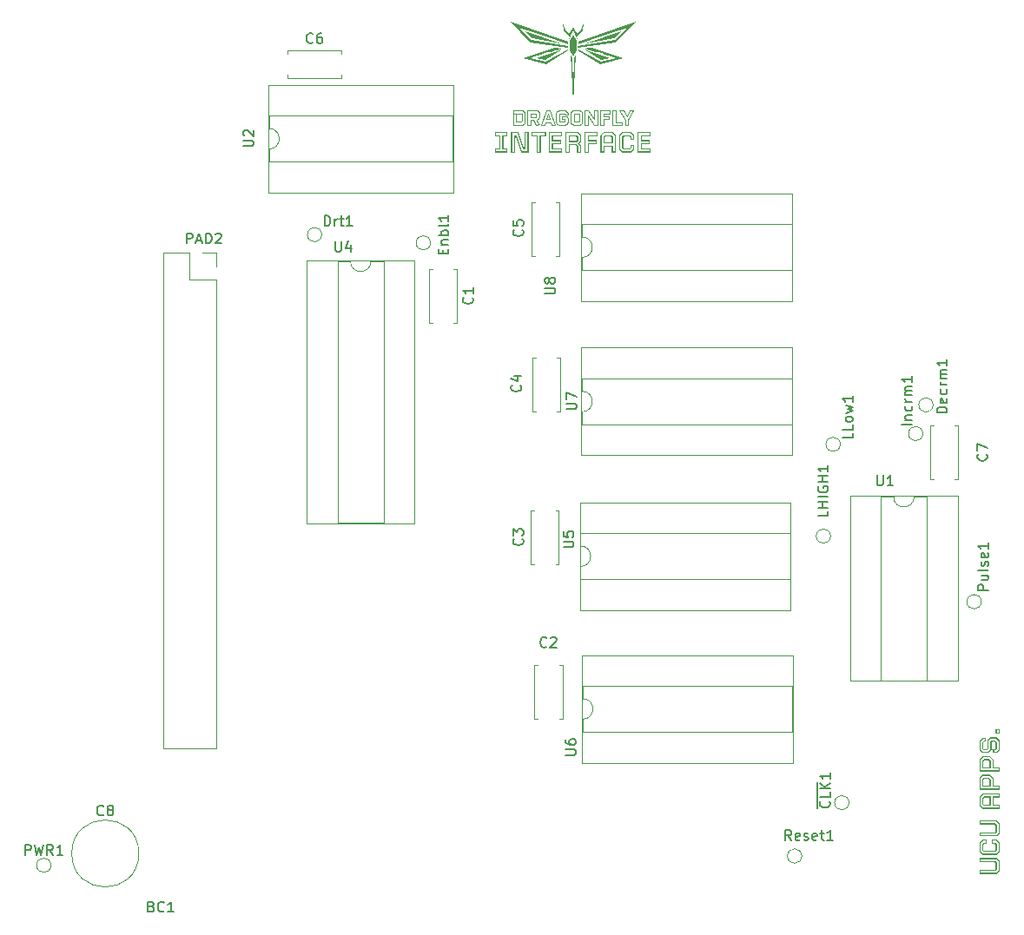
<source format=gbr>
%TF.GenerationSoftware,KiCad,Pcbnew,9.0.5*%
%TF.CreationDate,2025-11-19T18:16:14+02:00*%
%TF.ProjectId,interface,696e7465-7266-4616-9365-2e6b69636164,rev?*%
%TF.SameCoordinates,Original*%
%TF.FileFunction,Legend,Top*%
%TF.FilePolarity,Positive*%
%FSLAX46Y46*%
G04 Gerber Fmt 4.6, Leading zero omitted, Abs format (unit mm)*
G04 Created by KiCad (PCBNEW 9.0.5) date 2025-11-19 18:16:14*
%MOMM*%
%LPD*%
G01*
G04 APERTURE LIST*
%ADD10C,0.052916*%
%ADD11C,0.000000*%
%ADD12C,0.150000*%
%ADD13C,0.120000*%
G04 APERTURE END LIST*
D10*
X142007688Y-37083952D02*
X142021899Y-37085810D01*
X142040341Y-37089064D01*
X142062175Y-37094090D01*
X142086563Y-37101264D01*
X142112665Y-37110963D01*
X142126097Y-37116877D01*
X142139643Y-37123563D01*
X142153198Y-37131069D01*
X142166658Y-37139440D01*
X142179917Y-37148726D01*
X142192872Y-37158971D01*
X142205416Y-37170225D01*
X142217445Y-37182532D01*
X142228855Y-37195942D01*
X142239540Y-37210499D01*
X142249395Y-37226253D01*
X142258316Y-37243249D01*
X142266199Y-37261535D01*
X142272937Y-37281158D01*
X142278426Y-37302165D01*
X142282562Y-37324602D01*
X142285240Y-37348518D01*
X142286354Y-37373958D01*
X142293234Y-38218508D01*
X142291643Y-38229671D01*
X142289149Y-38242484D01*
X142285073Y-38259101D01*
X142279077Y-38278761D01*
X142270826Y-38300703D01*
X142259980Y-38324165D01*
X142253480Y-38336228D01*
X142246204Y-38348385D01*
X142238111Y-38360542D01*
X142229160Y-38372602D01*
X142219307Y-38384472D01*
X142208510Y-38396055D01*
X142196728Y-38407256D01*
X142183918Y-38417981D01*
X142170039Y-38428134D01*
X142155047Y-38437620D01*
X142138901Y-38446343D01*
X142121559Y-38454209D01*
X142102978Y-38461122D01*
X142083117Y-38466987D01*
X142061932Y-38471709D01*
X142039383Y-38475192D01*
X142015427Y-38477342D01*
X141990022Y-38478064D01*
X141459796Y-38478593D01*
X141446950Y-38477016D01*
X141432193Y-38474554D01*
X141413035Y-38470540D01*
X141390345Y-38464647D01*
X141364988Y-38456548D01*
X141337832Y-38445916D01*
X141323851Y-38439548D01*
X141309744Y-38432424D01*
X141295622Y-38424503D01*
X141281591Y-38415744D01*
X141267761Y-38406106D01*
X141254240Y-38395549D01*
X141241136Y-38384032D01*
X141228558Y-38371513D01*
X141216614Y-38357953D01*
X141205412Y-38343309D01*
X141195060Y-38327541D01*
X141185668Y-38310608D01*
X141177344Y-38292470D01*
X141170195Y-38273084D01*
X141164330Y-38252412D01*
X141159858Y-38230411D01*
X141156887Y-38207040D01*
X141155526Y-38182260D01*
X141150656Y-37870895D01*
X141148712Y-37613604D01*
X141148646Y-37373958D01*
X141150468Y-37362429D01*
X141153317Y-37349140D01*
X141157964Y-37331832D01*
X141164792Y-37311252D01*
X141174179Y-37288150D01*
X141179952Y-37275886D01*
X141186508Y-37263272D01*
X141193894Y-37250401D01*
X141202158Y-37237367D01*
X141211348Y-37224263D01*
X141221510Y-37211183D01*
X141232694Y-37198221D01*
X141244945Y-37185469D01*
X141258313Y-37173021D01*
X141272843Y-37160971D01*
X141288585Y-37149412D01*
X141305585Y-37138438D01*
X141323892Y-37128142D01*
X141343552Y-37118618D01*
X141364613Y-37109959D01*
X141387124Y-37102259D01*
X141411130Y-37095611D01*
X141436681Y-37090109D01*
X141463823Y-37085847D01*
X141492604Y-37082917D01*
X141995313Y-37082917D01*
X142007688Y-37083952D01*
D11*
G36*
X141467469Y-30513840D02*
G01*
X141468262Y-31122647D01*
X141405556Y-31320556D01*
X141404763Y-31319232D01*
X141327505Y-31129790D01*
X141333854Y-30521249D01*
X141398413Y-30309053D01*
X141467469Y-30513840D01*
G37*
D10*
X139640521Y-38485208D02*
X139296563Y-38485208D01*
X139217188Y-38220625D01*
X138688021Y-38220625D01*
X138608646Y-38485208D01*
X138271302Y-38482298D01*
X138767396Y-37082917D01*
X139137813Y-37082917D01*
X139640521Y-38485208D01*
D11*
G36*
X140513646Y-31050416D02*
G01*
X140294426Y-31089512D01*
X140025932Y-31145922D01*
X139853576Y-31185541D01*
X139656429Y-31233607D01*
X139434952Y-31290749D01*
X139189606Y-31357594D01*
X138920850Y-31434771D01*
X138629147Y-31522908D01*
X138314957Y-31622634D01*
X137978741Y-31734576D01*
X137620960Y-31859364D01*
X137242073Y-31997624D01*
X138688021Y-32346875D01*
X140910521Y-31103333D01*
X140936979Y-31262083D01*
X138767396Y-32584999D01*
X136491980Y-32029375D01*
X139561146Y-30944583D01*
X140513646Y-31050416D01*
G37*
G36*
X145593646Y-30441875D02*
G01*
X141863021Y-30971041D01*
X141863021Y-30812291D01*
X145487812Y-30203750D01*
X146078428Y-29614986D01*
X146479677Y-29206527D01*
X146608489Y-29069298D01*
X146642655Y-29029374D01*
X146650641Y-29018077D01*
X146651979Y-29013125D01*
X145898239Y-29262073D01*
X144262196Y-29826784D01*
X141889479Y-30653541D01*
X141889479Y-30415416D01*
X147472187Y-28457500D01*
X145593646Y-30441875D01*
G37*
G36*
X146308021Y-32029375D02*
G01*
X144032604Y-32584999D01*
X141863021Y-31262083D01*
X141889479Y-31103333D01*
X144111979Y-32346875D01*
X145557927Y-31997624D01*
X145179041Y-31859364D01*
X144821259Y-31734576D01*
X144485043Y-31622634D01*
X144170853Y-31522908D01*
X143879150Y-31434771D01*
X143610395Y-31357594D01*
X143365048Y-31290749D01*
X143143571Y-31233607D01*
X142946424Y-31185541D01*
X142774068Y-31145922D01*
X142505574Y-31089512D01*
X142286354Y-31050416D01*
X143238854Y-30944583D01*
X146308021Y-32029375D01*
G37*
G36*
X141730729Y-30283125D02*
G01*
X141720940Y-31254939D01*
X141386771Y-31844166D01*
X141058158Y-31249648D01*
X141069271Y-30283125D01*
X141400794Y-29691517D01*
X141730729Y-30283125D01*
G37*
G36*
X140910521Y-30415416D02*
G01*
X140910521Y-30653541D01*
X138537804Y-29826784D01*
X136901761Y-29262073D01*
X136148021Y-29013125D01*
X136149359Y-29018077D01*
X136157346Y-29029374D01*
X136191511Y-29069298D01*
X136320323Y-29206527D01*
X136721572Y-29614986D01*
X137312188Y-30203750D01*
X140936979Y-30812291D01*
X140936979Y-30971041D01*
X137206355Y-30441875D01*
X135327813Y-28457500D01*
X140910521Y-30415416D01*
G37*
G36*
X144958646Y-31976458D02*
G01*
X144130235Y-32130181D01*
X142498021Y-31182708D01*
X144958646Y-31976458D01*
G37*
G36*
X138669765Y-32130181D02*
G01*
X137841355Y-31976458D01*
X140301979Y-31182708D01*
X138669765Y-32130181D01*
G37*
D10*
X145545757Y-38212687D02*
X146179169Y-38216127D01*
X146175729Y-38485208D01*
X145223229Y-38485208D01*
X145223229Y-37082917D01*
X145540729Y-37082917D01*
X145545757Y-38212687D01*
X146625520Y-37638541D02*
X146916563Y-37082917D01*
X147286979Y-37082917D01*
X146757813Y-37982499D01*
X146757813Y-38485208D01*
X146466771Y-38485208D01*
X146463066Y-37986997D01*
X145937604Y-37082917D01*
X146308021Y-37082917D01*
X146625520Y-37638541D01*
X143767227Y-38482826D02*
X143467455Y-38467745D01*
X142862882Y-37605996D01*
X142856002Y-38482032D01*
X142550938Y-38485208D01*
X142550938Y-37082917D01*
X142857061Y-37083974D01*
X143450521Y-37956041D01*
X143450521Y-37082917D01*
X143768021Y-37082917D01*
X143767227Y-38482826D01*
X141944826Y-37373996D02*
X141947317Y-37374171D01*
X141950557Y-37374562D01*
X141954401Y-37375253D01*
X141958706Y-37376330D01*
X141960987Y-37377039D01*
X141963329Y-37377877D01*
X141965715Y-37378852D01*
X141968127Y-37379977D01*
X141970546Y-37381262D01*
X141972955Y-37382717D01*
X141975336Y-37384353D01*
X141977671Y-37386180D01*
X141979942Y-37388209D01*
X141982132Y-37390450D01*
X141984221Y-37392915D01*
X141986193Y-37395613D01*
X141988029Y-37398555D01*
X141989711Y-37401752D01*
X141991222Y-37405214D01*
X141992544Y-37408952D01*
X141993658Y-37412977D01*
X141994547Y-37417299D01*
X141995193Y-37421928D01*
X141995577Y-37426875D01*
X141996499Y-37557467D01*
X141996206Y-37791371D01*
X141995049Y-38114791D01*
X141995510Y-38118170D01*
X141995879Y-38122049D01*
X141996156Y-38127082D01*
X141996205Y-38133041D01*
X141995886Y-38139697D01*
X141995061Y-38146820D01*
X141994416Y-38150485D01*
X141993593Y-38154181D01*
X141992575Y-38157879D01*
X141991344Y-38161552D01*
X141989883Y-38165169D01*
X141988175Y-38168702D01*
X141986203Y-38172124D01*
X141983950Y-38175405D01*
X141981397Y-38178516D01*
X141978529Y-38181429D01*
X141975327Y-38184115D01*
X141971774Y-38186546D01*
X141967854Y-38188693D01*
X141963549Y-38190528D01*
X141958841Y-38192021D01*
X141953714Y-38193144D01*
X141948150Y-38193869D01*
X141942132Y-38194166D01*
X141545257Y-38194166D01*
X141541879Y-38194345D01*
X141532966Y-38194307D01*
X141527007Y-38193937D01*
X141520351Y-38193190D01*
X141513228Y-38191957D01*
X141505867Y-38190131D01*
X141502169Y-38188963D01*
X141498496Y-38187605D01*
X141494879Y-38186045D01*
X141491345Y-38184270D01*
X141487924Y-38182266D01*
X141484643Y-38180019D01*
X141481532Y-38177516D01*
X141478619Y-38174744D01*
X141475933Y-38171689D01*
X141473502Y-38168337D01*
X141471355Y-38164676D01*
X141469521Y-38160691D01*
X141468028Y-38156370D01*
X141466904Y-38151698D01*
X141466180Y-38146662D01*
X141465882Y-38141249D01*
X141466411Y-37453333D01*
X141465993Y-37450009D01*
X141465671Y-37446189D01*
X141465452Y-37441228D01*
X141465468Y-37435350D01*
X141465853Y-37428776D01*
X141466740Y-37421732D01*
X141467414Y-37418103D01*
X141468263Y-37414439D01*
X141469304Y-37410770D01*
X141470555Y-37407122D01*
X141472031Y-37403524D01*
X141473749Y-37400003D01*
X141475726Y-37396588D01*
X141477979Y-37393306D01*
X141480523Y-37390185D01*
X141483377Y-37387254D01*
X141486557Y-37384539D01*
X141490078Y-37382069D01*
X141493959Y-37379873D01*
X141498215Y-37377977D01*
X141502863Y-37376409D01*
X141507920Y-37375198D01*
X141513403Y-37374372D01*
X141519328Y-37373958D01*
X141942661Y-37373958D01*
X141944826Y-37373996D01*
D11*
G36*
X141704271Y-31632499D02*
G01*
X141398941Y-36304248D01*
X141122188Y-31606041D01*
X141095729Y-31473750D01*
X141333854Y-31950000D01*
X141412171Y-34812527D01*
X141466146Y-31950000D01*
X141730729Y-31473750D01*
X141704271Y-31632499D01*
G37*
D10*
X140583497Y-37094294D02*
X140599450Y-37095217D01*
X140615059Y-37097528D01*
X140630311Y-37101133D01*
X140645197Y-37105940D01*
X140659706Y-37111856D01*
X140673827Y-37118789D01*
X140687550Y-37126644D01*
X140700864Y-37135329D01*
X140713759Y-37144751D01*
X140726224Y-37154818D01*
X140738248Y-37165435D01*
X140749821Y-37176512D01*
X140760933Y-37187954D01*
X140771572Y-37199668D01*
X140791393Y-37223543D01*
X140809198Y-37247392D01*
X140824903Y-37270474D01*
X140838423Y-37292044D01*
X140849675Y-37311360D01*
X140865035Y-37340252D01*
X140870305Y-37351204D01*
X140884063Y-37506250D01*
X140566563Y-37506250D01*
X140566525Y-37507990D01*
X140566463Y-37506481D01*
X140566563Y-37453333D01*
X140566434Y-37446843D01*
X140566012Y-37440712D01*
X140565316Y-37434931D01*
X140564365Y-37429488D01*
X140563179Y-37424374D01*
X140561778Y-37419579D01*
X140560180Y-37415092D01*
X140558406Y-37410904D01*
X140556475Y-37407006D01*
X140554407Y-37403385D01*
X140552221Y-37400034D01*
X140549936Y-37396941D01*
X140547572Y-37394097D01*
X140545149Y-37391491D01*
X140542687Y-37389114D01*
X140540204Y-37386956D01*
X140537720Y-37385006D01*
X140535255Y-37383254D01*
X140532828Y-37381691D01*
X140530459Y-37380306D01*
X140525972Y-37378032D01*
X140521951Y-37376352D01*
X140518552Y-37375184D01*
X140515931Y-37374450D01*
X140513646Y-37373958D01*
X140116771Y-37373958D01*
X140110893Y-37374133D01*
X140105451Y-37374596D01*
X140100429Y-37375327D01*
X140095810Y-37376308D01*
X140091579Y-37377519D01*
X140087718Y-37378940D01*
X140084212Y-37380553D01*
X140081044Y-37382338D01*
X140078198Y-37384276D01*
X140075657Y-37386349D01*
X140073404Y-37388535D01*
X140071425Y-37390818D01*
X140069702Y-37393176D01*
X140068218Y-37395591D01*
X140066958Y-37398044D01*
X140065905Y-37400516D01*
X140065042Y-37402986D01*
X140064354Y-37405437D01*
X140063824Y-37407849D01*
X140063436Y-37410202D01*
X140063018Y-37414655D01*
X140062970Y-37418644D01*
X140063160Y-37422014D01*
X140063458Y-37424612D01*
X140063854Y-37426875D01*
X140063854Y-38141249D01*
X140064059Y-38146173D01*
X140064702Y-38150782D01*
X140065755Y-38155086D01*
X140067189Y-38159096D01*
X140068974Y-38162822D01*
X140071081Y-38166274D01*
X140073481Y-38169463D01*
X140076145Y-38172400D01*
X140079043Y-38175094D01*
X140082147Y-38177557D01*
X140085426Y-38179798D01*
X140088853Y-38181828D01*
X140092397Y-38183658D01*
X140096029Y-38185298D01*
X140099721Y-38186757D01*
X140103443Y-38188048D01*
X140110859Y-38190162D01*
X140118045Y-38191724D01*
X140124766Y-38192818D01*
X140130790Y-38193525D01*
X140139808Y-38194117D01*
X140143229Y-38194166D01*
X140513646Y-38194166D01*
X140518966Y-38193968D01*
X140523920Y-38193485D01*
X140528522Y-38192736D01*
X140532784Y-38191740D01*
X140536719Y-38190517D01*
X140540341Y-38189086D01*
X140543662Y-38187465D01*
X140546694Y-38185675D01*
X140549452Y-38183732D01*
X140551947Y-38181658D01*
X140554192Y-38179471D01*
X140556202Y-38177190D01*
X140557987Y-38174835D01*
X140559562Y-38172423D01*
X140560939Y-38169975D01*
X140562131Y-38167509D01*
X140563151Y-38165045D01*
X140564012Y-38162602D01*
X140564726Y-38160198D01*
X140565307Y-38157853D01*
X140566120Y-38153416D01*
X140566554Y-38149443D01*
X140566713Y-38146087D01*
X140566698Y-38143501D01*
X140566563Y-38141249D01*
X140566563Y-37931700D01*
X140301979Y-37929583D01*
X140301979Y-37691458D01*
X140865806Y-37691191D01*
X140872487Y-37889695D01*
X140875852Y-38063783D01*
X140876087Y-38147940D01*
X140874802Y-38221946D01*
X140873610Y-38238945D01*
X140871180Y-38255273D01*
X140867597Y-38270938D01*
X140862944Y-38285948D01*
X140857305Y-38300312D01*
X140850763Y-38314039D01*
X140843402Y-38327137D01*
X140835305Y-38339615D01*
X140826556Y-38351483D01*
X140817239Y-38362747D01*
X140807437Y-38373418D01*
X140797235Y-38383504D01*
X140786715Y-38393013D01*
X140775961Y-38401954D01*
X140765057Y-38410336D01*
X140754086Y-38418168D01*
X140732280Y-38432214D01*
X140711210Y-38444163D01*
X140691547Y-38454083D01*
X140673959Y-38462043D01*
X140647683Y-38472365D01*
X140637736Y-38475682D01*
X140455868Y-38478328D01*
X140257890Y-38478361D01*
X140014642Y-38474624D01*
X139992387Y-38473383D01*
X139971385Y-38470813D01*
X139951601Y-38467001D01*
X139932999Y-38462039D01*
X139915544Y-38456016D01*
X139899199Y-38449023D01*
X139883928Y-38441148D01*
X139869696Y-38432481D01*
X139856467Y-38423114D01*
X139844204Y-38413134D01*
X139832872Y-38402633D01*
X139822435Y-38391699D01*
X139812858Y-38380424D01*
X139804103Y-38368896D01*
X139796136Y-38357205D01*
X139788920Y-38345442D01*
X139782419Y-38333696D01*
X139776598Y-38322056D01*
X139766851Y-38299457D01*
X139759392Y-38278364D01*
X139753933Y-38259494D01*
X139750186Y-38243566D01*
X139747866Y-38231300D01*
X139746355Y-38220625D01*
X139746355Y-37373958D01*
X139747741Y-37349555D01*
X139750928Y-37326620D01*
X139755794Y-37305106D01*
X139762217Y-37284970D01*
X139770078Y-37266165D01*
X139779255Y-37248646D01*
X139789627Y-37232367D01*
X139801074Y-37217283D01*
X139813474Y-37203349D01*
X139826707Y-37190519D01*
X139840651Y-37178747D01*
X139855185Y-37167989D01*
X139870190Y-37158198D01*
X139885543Y-37149330D01*
X139901125Y-37141339D01*
X139916813Y-37134179D01*
X139948026Y-37122172D01*
X139978217Y-37112945D01*
X140006417Y-37106135D01*
X140031658Y-37101379D01*
X140052975Y-37098312D01*
X140069399Y-37096572D01*
X140083699Y-37095616D01*
X140270693Y-37094061D01*
X140434635Y-37093495D01*
X140583497Y-37094294D01*
D11*
G36*
X142339271Y-29304166D02*
G01*
X141757188Y-29886250D01*
X141810104Y-30203750D01*
X141413229Y-29304166D01*
X140989896Y-30203750D01*
X141042813Y-29886250D01*
X140460729Y-29304166D01*
X140407813Y-28563333D01*
X140644085Y-29169758D01*
X140697581Y-29242097D01*
X140752860Y-29315061D01*
X140816858Y-29397035D01*
X140881849Y-29476380D01*
X140912301Y-29511429D01*
X140940105Y-29541456D01*
X140964293Y-29565006D01*
X140983899Y-29580624D01*
X140991683Y-29585004D01*
X140997959Y-29586855D01*
X141002607Y-29585995D01*
X141005506Y-29582244D01*
X141013091Y-29566474D01*
X141027301Y-29541069D01*
X141071967Y-29467158D01*
X141132234Y-29372126D01*
X141200835Y-29267588D01*
X141270503Y-29165158D01*
X141333970Y-29076451D01*
X141361107Y-29040874D01*
X141383968Y-29013082D01*
X141401645Y-28994529D01*
X141408256Y-28989171D01*
X141413229Y-28986666D01*
X141418232Y-28987458D01*
X141424924Y-28991713D01*
X141442893Y-29009700D01*
X141466165Y-29038797D01*
X141493770Y-29077174D01*
X141558104Y-29174446D01*
X141628137Y-29286869D01*
X141754269Y-29498598D01*
X141810104Y-29595208D01*
X142154063Y-29198333D01*
X142392188Y-28563333D01*
X142339271Y-29304166D01*
G37*
D10*
X139137813Y-37956041D02*
X138767396Y-37956041D01*
X138952604Y-37400416D01*
X139137813Y-37956041D01*
D11*
G36*
X145355521Y-30045000D02*
G01*
X142683229Y-30547708D01*
X146069896Y-29357083D01*
X145355521Y-30045000D01*
G37*
D10*
X145011562Y-37082917D02*
X145011562Y-37373958D01*
X144350105Y-37373958D01*
X144350105Y-37665000D01*
X144905729Y-37665000D01*
X144905729Y-37929583D01*
X144350105Y-37929583D01*
X144350105Y-38485208D01*
X144032604Y-38485208D01*
X144040806Y-37079477D01*
X145011562Y-37082917D01*
D11*
G36*
X140116771Y-30547708D02*
G01*
X137444480Y-30045000D01*
X136730105Y-29357083D01*
X140116771Y-30547708D01*
G37*
D10*
X136415515Y-37088208D02*
X136457522Y-37099308D01*
X136477890Y-37105900D01*
X136500640Y-37114751D01*
X136524989Y-37126227D01*
X136537519Y-37133064D01*
X136550155Y-37140695D01*
X136562799Y-37149165D01*
X136575355Y-37158521D01*
X136587723Y-37168808D01*
X136599806Y-37180071D01*
X136611507Y-37192357D01*
X136622727Y-37205712D01*
X136633368Y-37220180D01*
X136643334Y-37235809D01*
X136652525Y-37252643D01*
X136660845Y-37270729D01*
X136668195Y-37290113D01*
X136674478Y-37310839D01*
X136679595Y-37332954D01*
X136683449Y-37356504D01*
X136685943Y-37381534D01*
X136686978Y-37408091D01*
X136695709Y-38177234D01*
X136696092Y-38190370D01*
X136695732Y-38205452D01*
X136694258Y-38225020D01*
X136691111Y-38248184D01*
X136685733Y-38274051D01*
X136682032Y-38287720D01*
X136677563Y-38301730D01*
X136672256Y-38315970D01*
X136666043Y-38330329D01*
X136658851Y-38344694D01*
X136650612Y-38358955D01*
X136641256Y-38373000D01*
X136630713Y-38386717D01*
X136618913Y-38399996D01*
X136605785Y-38412724D01*
X136591261Y-38424790D01*
X136575270Y-38436083D01*
X136557742Y-38446491D01*
X136538608Y-38455903D01*
X136517796Y-38464207D01*
X136495239Y-38471292D01*
X136470865Y-38477046D01*
X136444605Y-38481358D01*
X136416389Y-38484116D01*
X136386146Y-38485209D01*
X135850927Y-38486102D01*
X135565938Y-38485209D01*
X135565938Y-38194166D01*
X135565938Y-37373958D01*
X135856980Y-37373958D01*
X135856980Y-38194166D01*
X136065008Y-38195158D01*
X136217516Y-38195282D01*
X136306771Y-38194166D01*
X136310956Y-38193706D01*
X136315075Y-38192839D01*
X136319123Y-38191593D01*
X136323096Y-38189996D01*
X136326989Y-38188075D01*
X136330799Y-38185859D01*
X136334520Y-38183374D01*
X136338149Y-38180648D01*
X136341681Y-38177709D01*
X136345112Y-38174584D01*
X136348437Y-38171302D01*
X136351652Y-38167889D01*
X136357735Y-38160783D01*
X136363326Y-38153487D01*
X136368390Y-38146222D01*
X136372891Y-38139209D01*
X136376796Y-38132668D01*
X136380069Y-38126822D01*
X136384580Y-38118094D01*
X136386146Y-38114791D01*
X136387436Y-37789188D01*
X136387597Y-37555011D01*
X136386146Y-37426875D01*
X136385616Y-37422417D01*
X136384688Y-37418214D01*
X136383390Y-37414260D01*
X136381748Y-37410548D01*
X136379790Y-37407068D01*
X136377544Y-37403815D01*
X136375036Y-37400781D01*
X136372293Y-37397957D01*
X136369343Y-37395336D01*
X136366212Y-37392912D01*
X136362929Y-37390676D01*
X136359520Y-37388621D01*
X136356012Y-37386740D01*
X136352433Y-37385024D01*
X136345169Y-37382061D01*
X136337945Y-37379671D01*
X136330979Y-37377795D01*
X136324488Y-37376372D01*
X136318690Y-37375343D01*
X136310041Y-37374224D01*
X136306771Y-37373958D01*
X135856980Y-37373958D01*
X135565938Y-37373958D01*
X135565938Y-37082917D01*
X136415515Y-37088208D01*
X137852745Y-37083594D02*
X137865817Y-37085062D01*
X137882770Y-37087836D01*
X137902827Y-37092331D01*
X137925210Y-37098962D01*
X137937031Y-37103208D01*
X137949142Y-37108143D01*
X137961445Y-37113819D01*
X137973845Y-37120289D01*
X137986242Y-37127603D01*
X137998541Y-37135814D01*
X138010645Y-37144974D01*
X138022455Y-37155134D01*
X138033874Y-37166346D01*
X138044807Y-37178663D01*
X138055154Y-37192135D01*
X138064820Y-37206816D01*
X138073707Y-37222756D01*
X138081717Y-37240007D01*
X138088754Y-37258621D01*
X138094721Y-37278651D01*
X138099520Y-37300148D01*
X138103054Y-37323163D01*
X138105225Y-37347750D01*
X138105938Y-37373958D01*
X138105938Y-37717916D01*
X138104032Y-37726485D01*
X138101292Y-37736484D01*
X138097041Y-37749658D01*
X138091042Y-37765533D01*
X138083056Y-37783633D01*
X138072843Y-37803484D01*
X138066827Y-37813917D01*
X138060165Y-37824609D01*
X138052827Y-37835502D01*
X138044783Y-37846535D01*
X138036004Y-37857649D01*
X138026460Y-37868785D01*
X138016120Y-37879884D01*
X138004954Y-37890886D01*
X137992934Y-37901731D01*
X137980029Y-37912360D01*
X137966210Y-37922714D01*
X137951446Y-37932734D01*
X137935707Y-37942359D01*
X137918964Y-37951532D01*
X137901188Y-37960191D01*
X137882347Y-37968279D01*
X137862413Y-37975734D01*
X137841355Y-37982499D01*
X137852584Y-38003426D01*
X137884660Y-38057939D01*
X137983800Y-38222873D01*
X138129221Y-38462454D01*
X137804842Y-38469069D01*
X137523855Y-37982499D01*
X137259272Y-37982499D01*
X137259272Y-38485208D01*
X136941772Y-38485208D01*
X136941772Y-37082917D01*
X136968230Y-37082917D01*
X137841355Y-37082917D01*
X137852745Y-37083594D01*
X137747848Y-37373068D02*
X137752334Y-37373470D01*
X137754703Y-37373850D01*
X137757130Y-37374373D01*
X137759595Y-37375054D01*
X137762079Y-37375910D01*
X137764562Y-37376957D01*
X137767024Y-37378212D01*
X137769447Y-37379692D01*
X137771811Y-37381413D01*
X137774096Y-37383391D01*
X137776282Y-37385643D01*
X137778350Y-37388186D01*
X137780281Y-37391036D01*
X137782055Y-37394210D01*
X137783653Y-37397724D01*
X137785054Y-37401594D01*
X137786240Y-37405838D01*
X137787191Y-37410471D01*
X137787887Y-37415511D01*
X137788309Y-37420973D01*
X137788438Y-37426875D01*
X137788438Y-37665000D01*
X137788074Y-37667230D01*
X137787545Y-37669792D01*
X137786718Y-37673119D01*
X137785544Y-37677060D01*
X137783973Y-37681464D01*
X137781956Y-37686181D01*
X137780764Y-37688610D01*
X137779442Y-37691061D01*
X137777984Y-37693515D01*
X137776383Y-37695954D01*
X137774633Y-37698358D01*
X137772728Y-37700708D01*
X137770662Y-37702987D01*
X137768429Y-37705174D01*
X137766022Y-37707252D01*
X137763435Y-37709202D01*
X137760662Y-37711004D01*
X137757697Y-37712640D01*
X137754533Y-37714091D01*
X137751165Y-37715339D01*
X137747586Y-37716364D01*
X137743789Y-37717148D01*
X137739770Y-37717672D01*
X137735521Y-37717916D01*
X137259271Y-37717916D01*
X137259271Y-37373958D01*
X137735521Y-37373958D01*
X137737806Y-37373552D01*
X137740427Y-37373241D01*
X137743827Y-37373036D01*
X137747848Y-37373068D01*
D12*
X128733009Y-51057142D02*
X128733009Y-50723809D01*
X129256819Y-50580952D02*
X129256819Y-51057142D01*
X129256819Y-51057142D02*
X128256819Y-51057142D01*
X128256819Y-51057142D02*
X128256819Y-50580952D01*
X128590152Y-50152380D02*
X129256819Y-50152380D01*
X128685390Y-50152380D02*
X128637771Y-50104761D01*
X128637771Y-50104761D02*
X128590152Y-50009523D01*
X128590152Y-50009523D02*
X128590152Y-49866666D01*
X128590152Y-49866666D02*
X128637771Y-49771428D01*
X128637771Y-49771428D02*
X128733009Y-49723809D01*
X128733009Y-49723809D02*
X129256819Y-49723809D01*
X129256819Y-49247618D02*
X128256819Y-49247618D01*
X128637771Y-49247618D02*
X128590152Y-49152380D01*
X128590152Y-49152380D02*
X128590152Y-48961904D01*
X128590152Y-48961904D02*
X128637771Y-48866666D01*
X128637771Y-48866666D02*
X128685390Y-48819047D01*
X128685390Y-48819047D02*
X128780628Y-48771428D01*
X128780628Y-48771428D02*
X129066342Y-48771428D01*
X129066342Y-48771428D02*
X129161580Y-48819047D01*
X129161580Y-48819047D02*
X129209200Y-48866666D01*
X129209200Y-48866666D02*
X129256819Y-48961904D01*
X129256819Y-48961904D02*
X129256819Y-49152380D01*
X129256819Y-49152380D02*
X129209200Y-49247618D01*
X129256819Y-48199999D02*
X129209200Y-48295237D01*
X129209200Y-48295237D02*
X129113961Y-48342856D01*
X129113961Y-48342856D02*
X128256819Y-48342856D01*
X129256819Y-47295237D02*
X129256819Y-47866665D01*
X129256819Y-47580951D02*
X128256819Y-47580951D01*
X128256819Y-47580951D02*
X128399676Y-47676189D01*
X128399676Y-47676189D02*
X128494914Y-47771427D01*
X128494914Y-47771427D02*
X128542533Y-47866665D01*
X109254819Y-40561904D02*
X110064342Y-40561904D01*
X110064342Y-40561904D02*
X110159580Y-40514285D01*
X110159580Y-40514285D02*
X110207200Y-40466666D01*
X110207200Y-40466666D02*
X110254819Y-40371428D01*
X110254819Y-40371428D02*
X110254819Y-40180952D01*
X110254819Y-40180952D02*
X110207200Y-40085714D01*
X110207200Y-40085714D02*
X110159580Y-40038095D01*
X110159580Y-40038095D02*
X110064342Y-39990476D01*
X110064342Y-39990476D02*
X109254819Y-39990476D01*
X109350057Y-39561904D02*
X109302438Y-39514285D01*
X109302438Y-39514285D02*
X109254819Y-39419047D01*
X109254819Y-39419047D02*
X109254819Y-39180952D01*
X109254819Y-39180952D02*
X109302438Y-39085714D01*
X109302438Y-39085714D02*
X109350057Y-39038095D01*
X109350057Y-39038095D02*
X109445295Y-38990476D01*
X109445295Y-38990476D02*
X109540533Y-38990476D01*
X109540533Y-38990476D02*
X109683390Y-39038095D01*
X109683390Y-39038095D02*
X110254819Y-39609523D01*
X110254819Y-39609523D02*
X110254819Y-38990476D01*
X140734819Y-66231904D02*
X141544342Y-66231904D01*
X141544342Y-66231904D02*
X141639580Y-66184285D01*
X141639580Y-66184285D02*
X141687200Y-66136666D01*
X141687200Y-66136666D02*
X141734819Y-66041428D01*
X141734819Y-66041428D02*
X141734819Y-65850952D01*
X141734819Y-65850952D02*
X141687200Y-65755714D01*
X141687200Y-65755714D02*
X141639580Y-65708095D01*
X141639580Y-65708095D02*
X141544342Y-65660476D01*
X141544342Y-65660476D02*
X140734819Y-65660476D01*
X140734819Y-65279523D02*
X140734819Y-64612857D01*
X140734819Y-64612857D02*
X141734819Y-65041428D01*
X177856819Y-66571428D02*
X176856819Y-66571428D01*
X176856819Y-66571428D02*
X176856819Y-66333333D01*
X176856819Y-66333333D02*
X176904438Y-66190476D01*
X176904438Y-66190476D02*
X176999676Y-66095238D01*
X176999676Y-66095238D02*
X177094914Y-66047619D01*
X177094914Y-66047619D02*
X177285390Y-66000000D01*
X177285390Y-66000000D02*
X177428247Y-66000000D01*
X177428247Y-66000000D02*
X177618723Y-66047619D01*
X177618723Y-66047619D02*
X177713961Y-66095238D01*
X177713961Y-66095238D02*
X177809200Y-66190476D01*
X177809200Y-66190476D02*
X177856819Y-66333333D01*
X177856819Y-66333333D02*
X177856819Y-66571428D01*
X177809200Y-65190476D02*
X177856819Y-65285714D01*
X177856819Y-65285714D02*
X177856819Y-65476190D01*
X177856819Y-65476190D02*
X177809200Y-65571428D01*
X177809200Y-65571428D02*
X177713961Y-65619047D01*
X177713961Y-65619047D02*
X177333009Y-65619047D01*
X177333009Y-65619047D02*
X177237771Y-65571428D01*
X177237771Y-65571428D02*
X177190152Y-65476190D01*
X177190152Y-65476190D02*
X177190152Y-65285714D01*
X177190152Y-65285714D02*
X177237771Y-65190476D01*
X177237771Y-65190476D02*
X177333009Y-65142857D01*
X177333009Y-65142857D02*
X177428247Y-65142857D01*
X177428247Y-65142857D02*
X177523485Y-65619047D01*
X177809200Y-64285714D02*
X177856819Y-64380952D01*
X177856819Y-64380952D02*
X177856819Y-64571428D01*
X177856819Y-64571428D02*
X177809200Y-64666666D01*
X177809200Y-64666666D02*
X177761580Y-64714285D01*
X177761580Y-64714285D02*
X177666342Y-64761904D01*
X177666342Y-64761904D02*
X177380628Y-64761904D01*
X177380628Y-64761904D02*
X177285390Y-64714285D01*
X177285390Y-64714285D02*
X177237771Y-64666666D01*
X177237771Y-64666666D02*
X177190152Y-64571428D01*
X177190152Y-64571428D02*
X177190152Y-64380952D01*
X177190152Y-64380952D02*
X177237771Y-64285714D01*
X177856819Y-63857142D02*
X177190152Y-63857142D01*
X177380628Y-63857142D02*
X177285390Y-63809523D01*
X177285390Y-63809523D02*
X177237771Y-63761904D01*
X177237771Y-63761904D02*
X177190152Y-63666666D01*
X177190152Y-63666666D02*
X177190152Y-63571428D01*
X177856819Y-63238094D02*
X177190152Y-63238094D01*
X177285390Y-63238094D02*
X177237771Y-63190475D01*
X177237771Y-63190475D02*
X177190152Y-63095237D01*
X177190152Y-63095237D02*
X177190152Y-62952380D01*
X177190152Y-62952380D02*
X177237771Y-62857142D01*
X177237771Y-62857142D02*
X177333009Y-62809523D01*
X177333009Y-62809523D02*
X177856819Y-62809523D01*
X177333009Y-62809523D02*
X177237771Y-62761904D01*
X177237771Y-62761904D02*
X177190152Y-62666666D01*
X177190152Y-62666666D02*
X177190152Y-62523809D01*
X177190152Y-62523809D02*
X177237771Y-62428570D01*
X177237771Y-62428570D02*
X177333009Y-62380951D01*
X177333009Y-62380951D02*
X177856819Y-62380951D01*
X177856819Y-61380952D02*
X177856819Y-61952380D01*
X177856819Y-61666666D02*
X176856819Y-61666666D01*
X176856819Y-61666666D02*
X176999676Y-61761904D01*
X176999676Y-61761904D02*
X177094914Y-61857142D01*
X177094914Y-61857142D02*
X177142533Y-61952380D01*
X181709580Y-70616666D02*
X181757200Y-70664285D01*
X181757200Y-70664285D02*
X181804819Y-70807142D01*
X181804819Y-70807142D02*
X181804819Y-70902380D01*
X181804819Y-70902380D02*
X181757200Y-71045237D01*
X181757200Y-71045237D02*
X181661961Y-71140475D01*
X181661961Y-71140475D02*
X181566723Y-71188094D01*
X181566723Y-71188094D02*
X181376247Y-71235713D01*
X181376247Y-71235713D02*
X181233390Y-71235713D01*
X181233390Y-71235713D02*
X181042914Y-71188094D01*
X181042914Y-71188094D02*
X180947676Y-71140475D01*
X180947676Y-71140475D02*
X180852438Y-71045237D01*
X180852438Y-71045237D02*
X180804819Y-70902380D01*
X180804819Y-70902380D02*
X180804819Y-70807142D01*
X180804819Y-70807142D02*
X180852438Y-70664285D01*
X180852438Y-70664285D02*
X180900057Y-70616666D01*
X180804819Y-70283332D02*
X180804819Y-69616666D01*
X180804819Y-69616666D02*
X181804819Y-70045237D01*
X103733333Y-50054819D02*
X103733333Y-49054819D01*
X103733333Y-49054819D02*
X104114285Y-49054819D01*
X104114285Y-49054819D02*
X104209523Y-49102438D01*
X104209523Y-49102438D02*
X104257142Y-49150057D01*
X104257142Y-49150057D02*
X104304761Y-49245295D01*
X104304761Y-49245295D02*
X104304761Y-49388152D01*
X104304761Y-49388152D02*
X104257142Y-49483390D01*
X104257142Y-49483390D02*
X104209523Y-49531009D01*
X104209523Y-49531009D02*
X104114285Y-49578628D01*
X104114285Y-49578628D02*
X103733333Y-49578628D01*
X104685714Y-49769104D02*
X105161904Y-49769104D01*
X104590476Y-50054819D02*
X104923809Y-49054819D01*
X104923809Y-49054819D02*
X105257142Y-50054819D01*
X105590476Y-50054819D02*
X105590476Y-49054819D01*
X105590476Y-49054819D02*
X105828571Y-49054819D01*
X105828571Y-49054819D02*
X105971428Y-49102438D01*
X105971428Y-49102438D02*
X106066666Y-49197676D01*
X106066666Y-49197676D02*
X106114285Y-49292914D01*
X106114285Y-49292914D02*
X106161904Y-49483390D01*
X106161904Y-49483390D02*
X106161904Y-49626247D01*
X106161904Y-49626247D02*
X106114285Y-49816723D01*
X106114285Y-49816723D02*
X106066666Y-49911961D01*
X106066666Y-49911961D02*
X105971428Y-50007200D01*
X105971428Y-50007200D02*
X105828571Y-50054819D01*
X105828571Y-50054819D02*
X105590476Y-50054819D01*
X106542857Y-49150057D02*
X106590476Y-49102438D01*
X106590476Y-49102438D02*
X106685714Y-49054819D01*
X106685714Y-49054819D02*
X106923809Y-49054819D01*
X106923809Y-49054819D02*
X107019047Y-49102438D01*
X107019047Y-49102438D02*
X107066666Y-49150057D01*
X107066666Y-49150057D02*
X107114285Y-49245295D01*
X107114285Y-49245295D02*
X107114285Y-49340533D01*
X107114285Y-49340533D02*
X107066666Y-49483390D01*
X107066666Y-49483390D02*
X106495238Y-50054819D01*
X106495238Y-50054819D02*
X107114285Y-50054819D01*
X171038095Y-72654819D02*
X171038095Y-73464342D01*
X171038095Y-73464342D02*
X171085714Y-73559580D01*
X171085714Y-73559580D02*
X171133333Y-73607200D01*
X171133333Y-73607200D02*
X171228571Y-73654819D01*
X171228571Y-73654819D02*
X171419047Y-73654819D01*
X171419047Y-73654819D02*
X171514285Y-73607200D01*
X171514285Y-73607200D02*
X171561904Y-73559580D01*
X171561904Y-73559580D02*
X171609523Y-73464342D01*
X171609523Y-73464342D02*
X171609523Y-72654819D01*
X172609523Y-73654819D02*
X172038095Y-73654819D01*
X172323809Y-73654819D02*
X172323809Y-72654819D01*
X172323809Y-72654819D02*
X172228571Y-72797676D01*
X172228571Y-72797676D02*
X172133333Y-72892914D01*
X172133333Y-72892914D02*
X172038095Y-72940533D01*
X166361580Y-104471428D02*
X166409200Y-104519047D01*
X166409200Y-104519047D02*
X166456819Y-104661904D01*
X166456819Y-104661904D02*
X166456819Y-104757142D01*
X166456819Y-104757142D02*
X166409200Y-104899999D01*
X166409200Y-104899999D02*
X166313961Y-104995237D01*
X166313961Y-104995237D02*
X166218723Y-105042856D01*
X166218723Y-105042856D02*
X166028247Y-105090475D01*
X166028247Y-105090475D02*
X165885390Y-105090475D01*
X165885390Y-105090475D02*
X165694914Y-105042856D01*
X165694914Y-105042856D02*
X165599676Y-104995237D01*
X165599676Y-104995237D02*
X165504438Y-104899999D01*
X165504438Y-104899999D02*
X165456819Y-104757142D01*
X165456819Y-104757142D02*
X165456819Y-104661904D01*
X165456819Y-104661904D02*
X165504438Y-104519047D01*
X165504438Y-104519047D02*
X165552057Y-104471428D01*
X166456819Y-103566666D02*
X166456819Y-104042856D01*
X166456819Y-104042856D02*
X165456819Y-104042856D01*
X166456819Y-103233332D02*
X165456819Y-103233332D01*
X166456819Y-102661904D02*
X165885390Y-103090475D01*
X165456819Y-102661904D02*
X166028247Y-103233332D01*
X165179200Y-105180952D02*
X165179200Y-102571428D01*
X166456819Y-101709523D02*
X166456819Y-102280951D01*
X166456819Y-101995237D02*
X165456819Y-101995237D01*
X165456819Y-101995237D02*
X165599676Y-102090475D01*
X165599676Y-102090475D02*
X165694914Y-102185713D01*
X165694914Y-102185713D02*
X165742533Y-102280951D01*
X136459580Y-78866666D02*
X136507200Y-78914285D01*
X136507200Y-78914285D02*
X136554819Y-79057142D01*
X136554819Y-79057142D02*
X136554819Y-79152380D01*
X136554819Y-79152380D02*
X136507200Y-79295237D01*
X136507200Y-79295237D02*
X136411961Y-79390475D01*
X136411961Y-79390475D02*
X136316723Y-79438094D01*
X136316723Y-79438094D02*
X136126247Y-79485713D01*
X136126247Y-79485713D02*
X135983390Y-79485713D01*
X135983390Y-79485713D02*
X135792914Y-79438094D01*
X135792914Y-79438094D02*
X135697676Y-79390475D01*
X135697676Y-79390475D02*
X135602438Y-79295237D01*
X135602438Y-79295237D02*
X135554819Y-79152380D01*
X135554819Y-79152380D02*
X135554819Y-79057142D01*
X135554819Y-79057142D02*
X135602438Y-78914285D01*
X135602438Y-78914285D02*
X135650057Y-78866666D01*
X135554819Y-78533332D02*
X135554819Y-77914285D01*
X135554819Y-77914285D02*
X135935771Y-78247618D01*
X135935771Y-78247618D02*
X135935771Y-78104761D01*
X135935771Y-78104761D02*
X135983390Y-78009523D01*
X135983390Y-78009523D02*
X136031009Y-77961904D01*
X136031009Y-77961904D02*
X136126247Y-77914285D01*
X136126247Y-77914285D02*
X136364342Y-77914285D01*
X136364342Y-77914285D02*
X136459580Y-77961904D01*
X136459580Y-77961904D02*
X136507200Y-78009523D01*
X136507200Y-78009523D02*
X136554819Y-78104761D01*
X136554819Y-78104761D02*
X136554819Y-78390475D01*
X136554819Y-78390475D02*
X136507200Y-78485713D01*
X136507200Y-78485713D02*
X136459580Y-78533332D01*
X140654819Y-99961904D02*
X141464342Y-99961904D01*
X141464342Y-99961904D02*
X141559580Y-99914285D01*
X141559580Y-99914285D02*
X141607200Y-99866666D01*
X141607200Y-99866666D02*
X141654819Y-99771428D01*
X141654819Y-99771428D02*
X141654819Y-99580952D01*
X141654819Y-99580952D02*
X141607200Y-99485714D01*
X141607200Y-99485714D02*
X141559580Y-99438095D01*
X141559580Y-99438095D02*
X141464342Y-99390476D01*
X141464342Y-99390476D02*
X140654819Y-99390476D01*
X140654819Y-98485714D02*
X140654819Y-98676190D01*
X140654819Y-98676190D02*
X140702438Y-98771428D01*
X140702438Y-98771428D02*
X140750057Y-98819047D01*
X140750057Y-98819047D02*
X140892914Y-98914285D01*
X140892914Y-98914285D02*
X141083390Y-98961904D01*
X141083390Y-98961904D02*
X141464342Y-98961904D01*
X141464342Y-98961904D02*
X141559580Y-98914285D01*
X141559580Y-98914285D02*
X141607200Y-98866666D01*
X141607200Y-98866666D02*
X141654819Y-98771428D01*
X141654819Y-98771428D02*
X141654819Y-98580952D01*
X141654819Y-98580952D02*
X141607200Y-98485714D01*
X141607200Y-98485714D02*
X141559580Y-98438095D01*
X141559580Y-98438095D02*
X141464342Y-98390476D01*
X141464342Y-98390476D02*
X141226247Y-98390476D01*
X141226247Y-98390476D02*
X141131009Y-98438095D01*
X141131009Y-98438095D02*
X141083390Y-98485714D01*
X141083390Y-98485714D02*
X141035771Y-98580952D01*
X141035771Y-98580952D02*
X141035771Y-98771428D01*
X141035771Y-98771428D02*
X141083390Y-98866666D01*
X141083390Y-98866666D02*
X141131009Y-98914285D01*
X141131009Y-98914285D02*
X141226247Y-98961904D01*
X162685713Y-108254819D02*
X162352380Y-107778628D01*
X162114285Y-108254819D02*
X162114285Y-107254819D01*
X162114285Y-107254819D02*
X162495237Y-107254819D01*
X162495237Y-107254819D02*
X162590475Y-107302438D01*
X162590475Y-107302438D02*
X162638094Y-107350057D01*
X162638094Y-107350057D02*
X162685713Y-107445295D01*
X162685713Y-107445295D02*
X162685713Y-107588152D01*
X162685713Y-107588152D02*
X162638094Y-107683390D01*
X162638094Y-107683390D02*
X162590475Y-107731009D01*
X162590475Y-107731009D02*
X162495237Y-107778628D01*
X162495237Y-107778628D02*
X162114285Y-107778628D01*
X163495237Y-108207200D02*
X163399999Y-108254819D01*
X163399999Y-108254819D02*
X163209523Y-108254819D01*
X163209523Y-108254819D02*
X163114285Y-108207200D01*
X163114285Y-108207200D02*
X163066666Y-108111961D01*
X163066666Y-108111961D02*
X163066666Y-107731009D01*
X163066666Y-107731009D02*
X163114285Y-107635771D01*
X163114285Y-107635771D02*
X163209523Y-107588152D01*
X163209523Y-107588152D02*
X163399999Y-107588152D01*
X163399999Y-107588152D02*
X163495237Y-107635771D01*
X163495237Y-107635771D02*
X163542856Y-107731009D01*
X163542856Y-107731009D02*
X163542856Y-107826247D01*
X163542856Y-107826247D02*
X163066666Y-107921485D01*
X163923809Y-108207200D02*
X164019047Y-108254819D01*
X164019047Y-108254819D02*
X164209523Y-108254819D01*
X164209523Y-108254819D02*
X164304761Y-108207200D01*
X164304761Y-108207200D02*
X164352380Y-108111961D01*
X164352380Y-108111961D02*
X164352380Y-108064342D01*
X164352380Y-108064342D02*
X164304761Y-107969104D01*
X164304761Y-107969104D02*
X164209523Y-107921485D01*
X164209523Y-107921485D02*
X164066666Y-107921485D01*
X164066666Y-107921485D02*
X163971428Y-107873866D01*
X163971428Y-107873866D02*
X163923809Y-107778628D01*
X163923809Y-107778628D02*
X163923809Y-107731009D01*
X163923809Y-107731009D02*
X163971428Y-107635771D01*
X163971428Y-107635771D02*
X164066666Y-107588152D01*
X164066666Y-107588152D02*
X164209523Y-107588152D01*
X164209523Y-107588152D02*
X164304761Y-107635771D01*
X165161904Y-108207200D02*
X165066666Y-108254819D01*
X165066666Y-108254819D02*
X164876190Y-108254819D01*
X164876190Y-108254819D02*
X164780952Y-108207200D01*
X164780952Y-108207200D02*
X164733333Y-108111961D01*
X164733333Y-108111961D02*
X164733333Y-107731009D01*
X164733333Y-107731009D02*
X164780952Y-107635771D01*
X164780952Y-107635771D02*
X164876190Y-107588152D01*
X164876190Y-107588152D02*
X165066666Y-107588152D01*
X165066666Y-107588152D02*
X165161904Y-107635771D01*
X165161904Y-107635771D02*
X165209523Y-107731009D01*
X165209523Y-107731009D02*
X165209523Y-107826247D01*
X165209523Y-107826247D02*
X164733333Y-107921485D01*
X165495238Y-107588152D02*
X165876190Y-107588152D01*
X165638095Y-107254819D02*
X165638095Y-108111961D01*
X165638095Y-108111961D02*
X165685714Y-108207200D01*
X165685714Y-108207200D02*
X165780952Y-108254819D01*
X165780952Y-108254819D02*
X165876190Y-108254819D01*
X166733333Y-108254819D02*
X166161905Y-108254819D01*
X166447619Y-108254819D02*
X166447619Y-107254819D01*
X166447619Y-107254819D02*
X166352381Y-107397676D01*
X166352381Y-107397676D02*
X166257143Y-107492914D01*
X166257143Y-107492914D02*
X166161905Y-107540533D01*
X181854819Y-83885714D02*
X180854819Y-83885714D01*
X180854819Y-83885714D02*
X180854819Y-83504762D01*
X180854819Y-83504762D02*
X180902438Y-83409524D01*
X180902438Y-83409524D02*
X180950057Y-83361905D01*
X180950057Y-83361905D02*
X181045295Y-83314286D01*
X181045295Y-83314286D02*
X181188152Y-83314286D01*
X181188152Y-83314286D02*
X181283390Y-83361905D01*
X181283390Y-83361905D02*
X181331009Y-83409524D01*
X181331009Y-83409524D02*
X181378628Y-83504762D01*
X181378628Y-83504762D02*
X181378628Y-83885714D01*
X181188152Y-82457143D02*
X181854819Y-82457143D01*
X181188152Y-82885714D02*
X181711961Y-82885714D01*
X181711961Y-82885714D02*
X181807200Y-82838095D01*
X181807200Y-82838095D02*
X181854819Y-82742857D01*
X181854819Y-82742857D02*
X181854819Y-82600000D01*
X181854819Y-82600000D02*
X181807200Y-82504762D01*
X181807200Y-82504762D02*
X181759580Y-82457143D01*
X181854819Y-81838095D02*
X181807200Y-81933333D01*
X181807200Y-81933333D02*
X181711961Y-81980952D01*
X181711961Y-81980952D02*
X180854819Y-81980952D01*
X181807200Y-81504761D02*
X181854819Y-81409523D01*
X181854819Y-81409523D02*
X181854819Y-81219047D01*
X181854819Y-81219047D02*
X181807200Y-81123809D01*
X181807200Y-81123809D02*
X181711961Y-81076190D01*
X181711961Y-81076190D02*
X181664342Y-81076190D01*
X181664342Y-81076190D02*
X181569104Y-81123809D01*
X181569104Y-81123809D02*
X181521485Y-81219047D01*
X181521485Y-81219047D02*
X181521485Y-81361904D01*
X181521485Y-81361904D02*
X181473866Y-81457142D01*
X181473866Y-81457142D02*
X181378628Y-81504761D01*
X181378628Y-81504761D02*
X181331009Y-81504761D01*
X181331009Y-81504761D02*
X181235771Y-81457142D01*
X181235771Y-81457142D02*
X181188152Y-81361904D01*
X181188152Y-81361904D02*
X181188152Y-81219047D01*
X181188152Y-81219047D02*
X181235771Y-81123809D01*
X181807200Y-80266666D02*
X181854819Y-80361904D01*
X181854819Y-80361904D02*
X181854819Y-80552380D01*
X181854819Y-80552380D02*
X181807200Y-80647618D01*
X181807200Y-80647618D02*
X181711961Y-80695237D01*
X181711961Y-80695237D02*
X181331009Y-80695237D01*
X181331009Y-80695237D02*
X181235771Y-80647618D01*
X181235771Y-80647618D02*
X181188152Y-80552380D01*
X181188152Y-80552380D02*
X181188152Y-80361904D01*
X181188152Y-80361904D02*
X181235771Y-80266666D01*
X181235771Y-80266666D02*
X181331009Y-80219047D01*
X181331009Y-80219047D02*
X181426247Y-80219047D01*
X181426247Y-80219047D02*
X181521485Y-80695237D01*
X181854819Y-79266666D02*
X181854819Y-79838094D01*
X181854819Y-79552380D02*
X180854819Y-79552380D01*
X180854819Y-79552380D02*
X180997676Y-79647618D01*
X180997676Y-79647618D02*
X181092914Y-79742856D01*
X181092914Y-79742856D02*
X181140533Y-79838094D01*
X118238095Y-49854819D02*
X118238095Y-50664342D01*
X118238095Y-50664342D02*
X118285714Y-50759580D01*
X118285714Y-50759580D02*
X118333333Y-50807200D01*
X118333333Y-50807200D02*
X118428571Y-50854819D01*
X118428571Y-50854819D02*
X118619047Y-50854819D01*
X118619047Y-50854819D02*
X118714285Y-50807200D01*
X118714285Y-50807200D02*
X118761904Y-50759580D01*
X118761904Y-50759580D02*
X118809523Y-50664342D01*
X118809523Y-50664342D02*
X118809523Y-49854819D01*
X119714285Y-50188152D02*
X119714285Y-50854819D01*
X119476190Y-49807200D02*
X119238095Y-50521485D01*
X119238095Y-50521485D02*
X119857142Y-50521485D01*
X117166666Y-48354819D02*
X117166666Y-47354819D01*
X117166666Y-47354819D02*
X117404761Y-47354819D01*
X117404761Y-47354819D02*
X117547618Y-47402438D01*
X117547618Y-47402438D02*
X117642856Y-47497676D01*
X117642856Y-47497676D02*
X117690475Y-47592914D01*
X117690475Y-47592914D02*
X117738094Y-47783390D01*
X117738094Y-47783390D02*
X117738094Y-47926247D01*
X117738094Y-47926247D02*
X117690475Y-48116723D01*
X117690475Y-48116723D02*
X117642856Y-48211961D01*
X117642856Y-48211961D02*
X117547618Y-48307200D01*
X117547618Y-48307200D02*
X117404761Y-48354819D01*
X117404761Y-48354819D02*
X117166666Y-48354819D01*
X118166666Y-48354819D02*
X118166666Y-47688152D01*
X118166666Y-47878628D02*
X118214285Y-47783390D01*
X118214285Y-47783390D02*
X118261904Y-47735771D01*
X118261904Y-47735771D02*
X118357142Y-47688152D01*
X118357142Y-47688152D02*
X118452380Y-47688152D01*
X118642857Y-47688152D02*
X119023809Y-47688152D01*
X118785714Y-47354819D02*
X118785714Y-48211961D01*
X118785714Y-48211961D02*
X118833333Y-48307200D01*
X118833333Y-48307200D02*
X118928571Y-48354819D01*
X118928571Y-48354819D02*
X119023809Y-48354819D01*
X119880952Y-48354819D02*
X119309524Y-48354819D01*
X119595238Y-48354819D02*
X119595238Y-47354819D01*
X119595238Y-47354819D02*
X119500000Y-47497676D01*
X119500000Y-47497676D02*
X119404762Y-47592914D01*
X119404762Y-47592914D02*
X119309524Y-47640533D01*
X138654819Y-54961904D02*
X139464342Y-54961904D01*
X139464342Y-54961904D02*
X139559580Y-54914285D01*
X139559580Y-54914285D02*
X139607200Y-54866666D01*
X139607200Y-54866666D02*
X139654819Y-54771428D01*
X139654819Y-54771428D02*
X139654819Y-54580952D01*
X139654819Y-54580952D02*
X139607200Y-54485714D01*
X139607200Y-54485714D02*
X139559580Y-54438095D01*
X139559580Y-54438095D02*
X139464342Y-54390476D01*
X139464342Y-54390476D02*
X138654819Y-54390476D01*
X139083390Y-53771428D02*
X139035771Y-53866666D01*
X139035771Y-53866666D02*
X138988152Y-53914285D01*
X138988152Y-53914285D02*
X138892914Y-53961904D01*
X138892914Y-53961904D02*
X138845295Y-53961904D01*
X138845295Y-53961904D02*
X138750057Y-53914285D01*
X138750057Y-53914285D02*
X138702438Y-53866666D01*
X138702438Y-53866666D02*
X138654819Y-53771428D01*
X138654819Y-53771428D02*
X138654819Y-53580952D01*
X138654819Y-53580952D02*
X138702438Y-53485714D01*
X138702438Y-53485714D02*
X138750057Y-53438095D01*
X138750057Y-53438095D02*
X138845295Y-53390476D01*
X138845295Y-53390476D02*
X138892914Y-53390476D01*
X138892914Y-53390476D02*
X138988152Y-53438095D01*
X138988152Y-53438095D02*
X139035771Y-53485714D01*
X139035771Y-53485714D02*
X139083390Y-53580952D01*
X139083390Y-53580952D02*
X139083390Y-53771428D01*
X139083390Y-53771428D02*
X139131009Y-53866666D01*
X139131009Y-53866666D02*
X139178628Y-53914285D01*
X139178628Y-53914285D02*
X139273866Y-53961904D01*
X139273866Y-53961904D02*
X139464342Y-53961904D01*
X139464342Y-53961904D02*
X139559580Y-53914285D01*
X139559580Y-53914285D02*
X139607200Y-53866666D01*
X139607200Y-53866666D02*
X139654819Y-53771428D01*
X139654819Y-53771428D02*
X139654819Y-53580952D01*
X139654819Y-53580952D02*
X139607200Y-53485714D01*
X139607200Y-53485714D02*
X139559580Y-53438095D01*
X139559580Y-53438095D02*
X139464342Y-53390476D01*
X139464342Y-53390476D02*
X139273866Y-53390476D01*
X139273866Y-53390476D02*
X139178628Y-53438095D01*
X139178628Y-53438095D02*
X139131009Y-53485714D01*
X139131009Y-53485714D02*
X139083390Y-53580952D01*
X116033333Y-30459580D02*
X115985714Y-30507200D01*
X115985714Y-30507200D02*
X115842857Y-30554819D01*
X115842857Y-30554819D02*
X115747619Y-30554819D01*
X115747619Y-30554819D02*
X115604762Y-30507200D01*
X115604762Y-30507200D02*
X115509524Y-30411961D01*
X115509524Y-30411961D02*
X115461905Y-30316723D01*
X115461905Y-30316723D02*
X115414286Y-30126247D01*
X115414286Y-30126247D02*
X115414286Y-29983390D01*
X115414286Y-29983390D02*
X115461905Y-29792914D01*
X115461905Y-29792914D02*
X115509524Y-29697676D01*
X115509524Y-29697676D02*
X115604762Y-29602438D01*
X115604762Y-29602438D02*
X115747619Y-29554819D01*
X115747619Y-29554819D02*
X115842857Y-29554819D01*
X115842857Y-29554819D02*
X115985714Y-29602438D01*
X115985714Y-29602438D02*
X116033333Y-29650057D01*
X116890476Y-29554819D02*
X116700000Y-29554819D01*
X116700000Y-29554819D02*
X116604762Y-29602438D01*
X116604762Y-29602438D02*
X116557143Y-29650057D01*
X116557143Y-29650057D02*
X116461905Y-29792914D01*
X116461905Y-29792914D02*
X116414286Y-29983390D01*
X116414286Y-29983390D02*
X116414286Y-30364342D01*
X116414286Y-30364342D02*
X116461905Y-30459580D01*
X116461905Y-30459580D02*
X116509524Y-30507200D01*
X116509524Y-30507200D02*
X116604762Y-30554819D01*
X116604762Y-30554819D02*
X116795238Y-30554819D01*
X116795238Y-30554819D02*
X116890476Y-30507200D01*
X116890476Y-30507200D02*
X116938095Y-30459580D01*
X116938095Y-30459580D02*
X116985714Y-30364342D01*
X116985714Y-30364342D02*
X116985714Y-30126247D01*
X116985714Y-30126247D02*
X116938095Y-30031009D01*
X116938095Y-30031009D02*
X116890476Y-29983390D01*
X116890476Y-29983390D02*
X116795238Y-29935771D01*
X116795238Y-29935771D02*
X116604762Y-29935771D01*
X116604762Y-29935771D02*
X116509524Y-29983390D01*
X116509524Y-29983390D02*
X116461905Y-30031009D01*
X116461905Y-30031009D02*
X116414286Y-30126247D01*
X87990476Y-109706819D02*
X87990476Y-108706819D01*
X87990476Y-108706819D02*
X88371428Y-108706819D01*
X88371428Y-108706819D02*
X88466666Y-108754438D01*
X88466666Y-108754438D02*
X88514285Y-108802057D01*
X88514285Y-108802057D02*
X88561904Y-108897295D01*
X88561904Y-108897295D02*
X88561904Y-109040152D01*
X88561904Y-109040152D02*
X88514285Y-109135390D01*
X88514285Y-109135390D02*
X88466666Y-109183009D01*
X88466666Y-109183009D02*
X88371428Y-109230628D01*
X88371428Y-109230628D02*
X87990476Y-109230628D01*
X88895238Y-108706819D02*
X89133333Y-109706819D01*
X89133333Y-109706819D02*
X89323809Y-108992533D01*
X89323809Y-108992533D02*
X89514285Y-109706819D01*
X89514285Y-109706819D02*
X89752381Y-108706819D01*
X90704761Y-109706819D02*
X90371428Y-109230628D01*
X90133333Y-109706819D02*
X90133333Y-108706819D01*
X90133333Y-108706819D02*
X90514285Y-108706819D01*
X90514285Y-108706819D02*
X90609523Y-108754438D01*
X90609523Y-108754438D02*
X90657142Y-108802057D01*
X90657142Y-108802057D02*
X90704761Y-108897295D01*
X90704761Y-108897295D02*
X90704761Y-109040152D01*
X90704761Y-109040152D02*
X90657142Y-109135390D01*
X90657142Y-109135390D02*
X90609523Y-109183009D01*
X90609523Y-109183009D02*
X90514285Y-109230628D01*
X90514285Y-109230628D02*
X90133333Y-109230628D01*
X91657142Y-109706819D02*
X91085714Y-109706819D01*
X91371428Y-109706819D02*
X91371428Y-108706819D01*
X91371428Y-108706819D02*
X91276190Y-108849676D01*
X91276190Y-108849676D02*
X91180952Y-108944914D01*
X91180952Y-108944914D02*
X91085714Y-108992533D01*
X166254819Y-76152380D02*
X166254819Y-76628570D01*
X166254819Y-76628570D02*
X165254819Y-76628570D01*
X166254819Y-75819046D02*
X165254819Y-75819046D01*
X165731009Y-75819046D02*
X165731009Y-75247618D01*
X166254819Y-75247618D02*
X165254819Y-75247618D01*
X166254819Y-74771427D02*
X165254819Y-74771427D01*
X165302438Y-73771428D02*
X165254819Y-73866666D01*
X165254819Y-73866666D02*
X165254819Y-74009523D01*
X165254819Y-74009523D02*
X165302438Y-74152380D01*
X165302438Y-74152380D02*
X165397676Y-74247618D01*
X165397676Y-74247618D02*
X165492914Y-74295237D01*
X165492914Y-74295237D02*
X165683390Y-74342856D01*
X165683390Y-74342856D02*
X165826247Y-74342856D01*
X165826247Y-74342856D02*
X166016723Y-74295237D01*
X166016723Y-74295237D02*
X166111961Y-74247618D01*
X166111961Y-74247618D02*
X166207200Y-74152380D01*
X166207200Y-74152380D02*
X166254819Y-74009523D01*
X166254819Y-74009523D02*
X166254819Y-73914285D01*
X166254819Y-73914285D02*
X166207200Y-73771428D01*
X166207200Y-73771428D02*
X166159580Y-73723809D01*
X166159580Y-73723809D02*
X165826247Y-73723809D01*
X165826247Y-73723809D02*
X165826247Y-73914285D01*
X166254819Y-73295237D02*
X165254819Y-73295237D01*
X165731009Y-73295237D02*
X165731009Y-72723809D01*
X166254819Y-72723809D02*
X165254819Y-72723809D01*
X166254819Y-71723809D02*
X166254819Y-72295237D01*
X166254819Y-72009523D02*
X165254819Y-72009523D01*
X165254819Y-72009523D02*
X165397676Y-72104761D01*
X165397676Y-72104761D02*
X165492914Y-72199999D01*
X165492914Y-72199999D02*
X165540533Y-72295237D01*
X174454819Y-67733332D02*
X173454819Y-67733332D01*
X173788152Y-67257142D02*
X174454819Y-67257142D01*
X173883390Y-67257142D02*
X173835771Y-67209523D01*
X173835771Y-67209523D02*
X173788152Y-67114285D01*
X173788152Y-67114285D02*
X173788152Y-66971428D01*
X173788152Y-66971428D02*
X173835771Y-66876190D01*
X173835771Y-66876190D02*
X173931009Y-66828571D01*
X173931009Y-66828571D02*
X174454819Y-66828571D01*
X174407200Y-65923809D02*
X174454819Y-66019047D01*
X174454819Y-66019047D02*
X174454819Y-66209523D01*
X174454819Y-66209523D02*
X174407200Y-66304761D01*
X174407200Y-66304761D02*
X174359580Y-66352380D01*
X174359580Y-66352380D02*
X174264342Y-66399999D01*
X174264342Y-66399999D02*
X173978628Y-66399999D01*
X173978628Y-66399999D02*
X173883390Y-66352380D01*
X173883390Y-66352380D02*
X173835771Y-66304761D01*
X173835771Y-66304761D02*
X173788152Y-66209523D01*
X173788152Y-66209523D02*
X173788152Y-66019047D01*
X173788152Y-66019047D02*
X173835771Y-65923809D01*
X174454819Y-65495237D02*
X173788152Y-65495237D01*
X173978628Y-65495237D02*
X173883390Y-65447618D01*
X173883390Y-65447618D02*
X173835771Y-65399999D01*
X173835771Y-65399999D02*
X173788152Y-65304761D01*
X173788152Y-65304761D02*
X173788152Y-65209523D01*
X174454819Y-64876189D02*
X173788152Y-64876189D01*
X173883390Y-64876189D02*
X173835771Y-64828570D01*
X173835771Y-64828570D02*
X173788152Y-64733332D01*
X173788152Y-64733332D02*
X173788152Y-64590475D01*
X173788152Y-64590475D02*
X173835771Y-64495237D01*
X173835771Y-64495237D02*
X173931009Y-64447618D01*
X173931009Y-64447618D02*
X174454819Y-64447618D01*
X173931009Y-64447618D02*
X173835771Y-64399999D01*
X173835771Y-64399999D02*
X173788152Y-64304761D01*
X173788152Y-64304761D02*
X173788152Y-64161904D01*
X173788152Y-64161904D02*
X173835771Y-64066665D01*
X173835771Y-64066665D02*
X173931009Y-64019046D01*
X173931009Y-64019046D02*
X174454819Y-64019046D01*
X174454819Y-63019047D02*
X174454819Y-63590475D01*
X174454819Y-63304761D02*
X173454819Y-63304761D01*
X173454819Y-63304761D02*
X173597676Y-63399999D01*
X173597676Y-63399999D02*
X173692914Y-63495237D01*
X173692914Y-63495237D02*
X173740533Y-63590475D01*
X95633333Y-105759580D02*
X95585714Y-105807200D01*
X95585714Y-105807200D02*
X95442857Y-105854819D01*
X95442857Y-105854819D02*
X95347619Y-105854819D01*
X95347619Y-105854819D02*
X95204762Y-105807200D01*
X95204762Y-105807200D02*
X95109524Y-105711961D01*
X95109524Y-105711961D02*
X95061905Y-105616723D01*
X95061905Y-105616723D02*
X95014286Y-105426247D01*
X95014286Y-105426247D02*
X95014286Y-105283390D01*
X95014286Y-105283390D02*
X95061905Y-105092914D01*
X95061905Y-105092914D02*
X95109524Y-104997676D01*
X95109524Y-104997676D02*
X95204762Y-104902438D01*
X95204762Y-104902438D02*
X95347619Y-104854819D01*
X95347619Y-104854819D02*
X95442857Y-104854819D01*
X95442857Y-104854819D02*
X95585714Y-104902438D01*
X95585714Y-104902438D02*
X95633333Y-104950057D01*
X96204762Y-105283390D02*
X96109524Y-105235771D01*
X96109524Y-105235771D02*
X96061905Y-105188152D01*
X96061905Y-105188152D02*
X96014286Y-105092914D01*
X96014286Y-105092914D02*
X96014286Y-105045295D01*
X96014286Y-105045295D02*
X96061905Y-104950057D01*
X96061905Y-104950057D02*
X96109524Y-104902438D01*
X96109524Y-104902438D02*
X96204762Y-104854819D01*
X96204762Y-104854819D02*
X96395238Y-104854819D01*
X96395238Y-104854819D02*
X96490476Y-104902438D01*
X96490476Y-104902438D02*
X96538095Y-104950057D01*
X96538095Y-104950057D02*
X96585714Y-105045295D01*
X96585714Y-105045295D02*
X96585714Y-105092914D01*
X96585714Y-105092914D02*
X96538095Y-105188152D01*
X96538095Y-105188152D02*
X96490476Y-105235771D01*
X96490476Y-105235771D02*
X96395238Y-105283390D01*
X96395238Y-105283390D02*
X96204762Y-105283390D01*
X96204762Y-105283390D02*
X96109524Y-105331009D01*
X96109524Y-105331009D02*
X96061905Y-105378628D01*
X96061905Y-105378628D02*
X96014286Y-105473866D01*
X96014286Y-105473866D02*
X96014286Y-105664342D01*
X96014286Y-105664342D02*
X96061905Y-105759580D01*
X96061905Y-105759580D02*
X96109524Y-105807200D01*
X96109524Y-105807200D02*
X96204762Y-105854819D01*
X96204762Y-105854819D02*
X96395238Y-105854819D01*
X96395238Y-105854819D02*
X96490476Y-105807200D01*
X96490476Y-105807200D02*
X96538095Y-105759580D01*
X96538095Y-105759580D02*
X96585714Y-105664342D01*
X96585714Y-105664342D02*
X96585714Y-105473866D01*
X96585714Y-105473866D02*
X96538095Y-105378628D01*
X96538095Y-105378628D02*
X96490476Y-105331009D01*
X96490476Y-105331009D02*
X96395238Y-105283390D01*
X140454819Y-79696904D02*
X141264342Y-79696904D01*
X141264342Y-79696904D02*
X141359580Y-79649285D01*
X141359580Y-79649285D02*
X141407200Y-79601666D01*
X141407200Y-79601666D02*
X141454819Y-79506428D01*
X141454819Y-79506428D02*
X141454819Y-79315952D01*
X141454819Y-79315952D02*
X141407200Y-79220714D01*
X141407200Y-79220714D02*
X141359580Y-79173095D01*
X141359580Y-79173095D02*
X141264342Y-79125476D01*
X141264342Y-79125476D02*
X140454819Y-79125476D01*
X140454819Y-78173095D02*
X140454819Y-78649285D01*
X140454819Y-78649285D02*
X140931009Y-78696904D01*
X140931009Y-78696904D02*
X140883390Y-78649285D01*
X140883390Y-78649285D02*
X140835771Y-78554047D01*
X140835771Y-78554047D02*
X140835771Y-78315952D01*
X140835771Y-78315952D02*
X140883390Y-78220714D01*
X140883390Y-78220714D02*
X140931009Y-78173095D01*
X140931009Y-78173095D02*
X141026247Y-78125476D01*
X141026247Y-78125476D02*
X141264342Y-78125476D01*
X141264342Y-78125476D02*
X141359580Y-78173095D01*
X141359580Y-78173095D02*
X141407200Y-78220714D01*
X141407200Y-78220714D02*
X141454819Y-78315952D01*
X141454819Y-78315952D02*
X141454819Y-78554047D01*
X141454819Y-78554047D02*
X141407200Y-78649285D01*
X141407200Y-78649285D02*
X141359580Y-78696904D01*
X136259580Y-63866666D02*
X136307200Y-63914285D01*
X136307200Y-63914285D02*
X136354819Y-64057142D01*
X136354819Y-64057142D02*
X136354819Y-64152380D01*
X136354819Y-64152380D02*
X136307200Y-64295237D01*
X136307200Y-64295237D02*
X136211961Y-64390475D01*
X136211961Y-64390475D02*
X136116723Y-64438094D01*
X136116723Y-64438094D02*
X135926247Y-64485713D01*
X135926247Y-64485713D02*
X135783390Y-64485713D01*
X135783390Y-64485713D02*
X135592914Y-64438094D01*
X135592914Y-64438094D02*
X135497676Y-64390475D01*
X135497676Y-64390475D02*
X135402438Y-64295237D01*
X135402438Y-64295237D02*
X135354819Y-64152380D01*
X135354819Y-64152380D02*
X135354819Y-64057142D01*
X135354819Y-64057142D02*
X135402438Y-63914285D01*
X135402438Y-63914285D02*
X135450057Y-63866666D01*
X135688152Y-63009523D02*
X136354819Y-63009523D01*
X135307200Y-63247618D02*
X136021485Y-63485713D01*
X136021485Y-63485713D02*
X136021485Y-62866666D01*
X136459580Y-48716666D02*
X136507200Y-48764285D01*
X136507200Y-48764285D02*
X136554819Y-48907142D01*
X136554819Y-48907142D02*
X136554819Y-49002380D01*
X136554819Y-49002380D02*
X136507200Y-49145237D01*
X136507200Y-49145237D02*
X136411961Y-49240475D01*
X136411961Y-49240475D02*
X136316723Y-49288094D01*
X136316723Y-49288094D02*
X136126247Y-49335713D01*
X136126247Y-49335713D02*
X135983390Y-49335713D01*
X135983390Y-49335713D02*
X135792914Y-49288094D01*
X135792914Y-49288094D02*
X135697676Y-49240475D01*
X135697676Y-49240475D02*
X135602438Y-49145237D01*
X135602438Y-49145237D02*
X135554819Y-49002380D01*
X135554819Y-49002380D02*
X135554819Y-48907142D01*
X135554819Y-48907142D02*
X135602438Y-48764285D01*
X135602438Y-48764285D02*
X135650057Y-48716666D01*
X135554819Y-47811904D02*
X135554819Y-48288094D01*
X135554819Y-48288094D02*
X136031009Y-48335713D01*
X136031009Y-48335713D02*
X135983390Y-48288094D01*
X135983390Y-48288094D02*
X135935771Y-48192856D01*
X135935771Y-48192856D02*
X135935771Y-47954761D01*
X135935771Y-47954761D02*
X135983390Y-47859523D01*
X135983390Y-47859523D02*
X136031009Y-47811904D01*
X136031009Y-47811904D02*
X136126247Y-47764285D01*
X136126247Y-47764285D02*
X136364342Y-47764285D01*
X136364342Y-47764285D02*
X136459580Y-47811904D01*
X136459580Y-47811904D02*
X136507200Y-47859523D01*
X136507200Y-47859523D02*
X136554819Y-47954761D01*
X136554819Y-47954761D02*
X136554819Y-48192856D01*
X136554819Y-48192856D02*
X136507200Y-48288094D01*
X136507200Y-48288094D02*
X136459580Y-48335713D01*
X138833333Y-89359580D02*
X138785714Y-89407200D01*
X138785714Y-89407200D02*
X138642857Y-89454819D01*
X138642857Y-89454819D02*
X138547619Y-89454819D01*
X138547619Y-89454819D02*
X138404762Y-89407200D01*
X138404762Y-89407200D02*
X138309524Y-89311961D01*
X138309524Y-89311961D02*
X138261905Y-89216723D01*
X138261905Y-89216723D02*
X138214286Y-89026247D01*
X138214286Y-89026247D02*
X138214286Y-88883390D01*
X138214286Y-88883390D02*
X138261905Y-88692914D01*
X138261905Y-88692914D02*
X138309524Y-88597676D01*
X138309524Y-88597676D02*
X138404762Y-88502438D01*
X138404762Y-88502438D02*
X138547619Y-88454819D01*
X138547619Y-88454819D02*
X138642857Y-88454819D01*
X138642857Y-88454819D02*
X138785714Y-88502438D01*
X138785714Y-88502438D02*
X138833333Y-88550057D01*
X139214286Y-88550057D02*
X139261905Y-88502438D01*
X139261905Y-88502438D02*
X139357143Y-88454819D01*
X139357143Y-88454819D02*
X139595238Y-88454819D01*
X139595238Y-88454819D02*
X139690476Y-88502438D01*
X139690476Y-88502438D02*
X139738095Y-88550057D01*
X139738095Y-88550057D02*
X139785714Y-88645295D01*
X139785714Y-88645295D02*
X139785714Y-88740533D01*
X139785714Y-88740533D02*
X139738095Y-88883390D01*
X139738095Y-88883390D02*
X139166667Y-89454819D01*
X139166667Y-89454819D02*
X139785714Y-89454819D01*
X131559580Y-55316666D02*
X131607200Y-55364285D01*
X131607200Y-55364285D02*
X131654819Y-55507142D01*
X131654819Y-55507142D02*
X131654819Y-55602380D01*
X131654819Y-55602380D02*
X131607200Y-55745237D01*
X131607200Y-55745237D02*
X131511961Y-55840475D01*
X131511961Y-55840475D02*
X131416723Y-55888094D01*
X131416723Y-55888094D02*
X131226247Y-55935713D01*
X131226247Y-55935713D02*
X131083390Y-55935713D01*
X131083390Y-55935713D02*
X130892914Y-55888094D01*
X130892914Y-55888094D02*
X130797676Y-55840475D01*
X130797676Y-55840475D02*
X130702438Y-55745237D01*
X130702438Y-55745237D02*
X130654819Y-55602380D01*
X130654819Y-55602380D02*
X130654819Y-55507142D01*
X130654819Y-55507142D02*
X130702438Y-55364285D01*
X130702438Y-55364285D02*
X130750057Y-55316666D01*
X131654819Y-54364285D02*
X131654819Y-54935713D01*
X131654819Y-54649999D02*
X130654819Y-54649999D01*
X130654819Y-54649999D02*
X130797676Y-54745237D01*
X130797676Y-54745237D02*
X130892914Y-54840475D01*
X130892914Y-54840475D02*
X130940533Y-54935713D01*
X100295238Y-114731009D02*
X100438095Y-114778628D01*
X100438095Y-114778628D02*
X100485714Y-114826247D01*
X100485714Y-114826247D02*
X100533333Y-114921485D01*
X100533333Y-114921485D02*
X100533333Y-115064342D01*
X100533333Y-115064342D02*
X100485714Y-115159580D01*
X100485714Y-115159580D02*
X100438095Y-115207200D01*
X100438095Y-115207200D02*
X100342857Y-115254819D01*
X100342857Y-115254819D02*
X99961905Y-115254819D01*
X99961905Y-115254819D02*
X99961905Y-114254819D01*
X99961905Y-114254819D02*
X100295238Y-114254819D01*
X100295238Y-114254819D02*
X100390476Y-114302438D01*
X100390476Y-114302438D02*
X100438095Y-114350057D01*
X100438095Y-114350057D02*
X100485714Y-114445295D01*
X100485714Y-114445295D02*
X100485714Y-114540533D01*
X100485714Y-114540533D02*
X100438095Y-114635771D01*
X100438095Y-114635771D02*
X100390476Y-114683390D01*
X100390476Y-114683390D02*
X100295238Y-114731009D01*
X100295238Y-114731009D02*
X99961905Y-114731009D01*
X101533333Y-115159580D02*
X101485714Y-115207200D01*
X101485714Y-115207200D02*
X101342857Y-115254819D01*
X101342857Y-115254819D02*
X101247619Y-115254819D01*
X101247619Y-115254819D02*
X101104762Y-115207200D01*
X101104762Y-115207200D02*
X101009524Y-115111961D01*
X101009524Y-115111961D02*
X100961905Y-115016723D01*
X100961905Y-115016723D02*
X100914286Y-114826247D01*
X100914286Y-114826247D02*
X100914286Y-114683390D01*
X100914286Y-114683390D02*
X100961905Y-114492914D01*
X100961905Y-114492914D02*
X101009524Y-114397676D01*
X101009524Y-114397676D02*
X101104762Y-114302438D01*
X101104762Y-114302438D02*
X101247619Y-114254819D01*
X101247619Y-114254819D02*
X101342857Y-114254819D01*
X101342857Y-114254819D02*
X101485714Y-114302438D01*
X101485714Y-114302438D02*
X101533333Y-114350057D01*
X102485714Y-115254819D02*
X101914286Y-115254819D01*
X102200000Y-115254819D02*
X102200000Y-114254819D01*
X102200000Y-114254819D02*
X102104762Y-114397676D01*
X102104762Y-114397676D02*
X102009524Y-114492914D01*
X102009524Y-114492914D02*
X101914286Y-114540533D01*
X168654819Y-68547619D02*
X168654819Y-69023809D01*
X168654819Y-69023809D02*
X167654819Y-69023809D01*
X168654819Y-67738095D02*
X168654819Y-68214285D01*
X168654819Y-68214285D02*
X167654819Y-68214285D01*
X168654819Y-67261904D02*
X168607200Y-67357142D01*
X168607200Y-67357142D02*
X168559580Y-67404761D01*
X168559580Y-67404761D02*
X168464342Y-67452380D01*
X168464342Y-67452380D02*
X168178628Y-67452380D01*
X168178628Y-67452380D02*
X168083390Y-67404761D01*
X168083390Y-67404761D02*
X168035771Y-67357142D01*
X168035771Y-67357142D02*
X167988152Y-67261904D01*
X167988152Y-67261904D02*
X167988152Y-67119047D01*
X167988152Y-67119047D02*
X168035771Y-67023809D01*
X168035771Y-67023809D02*
X168083390Y-66976190D01*
X168083390Y-66976190D02*
X168178628Y-66928571D01*
X168178628Y-66928571D02*
X168464342Y-66928571D01*
X168464342Y-66928571D02*
X168559580Y-66976190D01*
X168559580Y-66976190D02*
X168607200Y-67023809D01*
X168607200Y-67023809D02*
X168654819Y-67119047D01*
X168654819Y-67119047D02*
X168654819Y-67261904D01*
X167988152Y-66595237D02*
X168654819Y-66404761D01*
X168654819Y-66404761D02*
X168178628Y-66214285D01*
X168178628Y-66214285D02*
X168654819Y-66023809D01*
X168654819Y-66023809D02*
X167988152Y-65833333D01*
X168654819Y-64928571D02*
X168654819Y-65499999D01*
X168654819Y-65214285D02*
X167654819Y-65214285D01*
X167654819Y-65214285D02*
X167797676Y-65309523D01*
X167797676Y-65309523D02*
X167892914Y-65404761D01*
X167892914Y-65404761D02*
X167940533Y-65499999D01*
D13*
%TO.C,Enbl1*%
X127500000Y-50000000D02*
G75*
G02*
X126100000Y-50000000I-700000J0D01*
G01*
X126100000Y-50000000D02*
G75*
G02*
X127500000Y-50000000I700000J0D01*
G01*
%TO.C,U2*%
X111755000Y-37600000D02*
X111755000Y-38850000D01*
X111755000Y-40850000D02*
X111755000Y-42100000D01*
X111755000Y-42100000D02*
X129655000Y-42100000D01*
X129655000Y-37600000D02*
X111755000Y-37600000D01*
X129655000Y-42100000D02*
X129655000Y-37600000D01*
X111695000Y-45100000D02*
X129715000Y-45100000D01*
X129715000Y-34600000D01*
X111695000Y-34600000D01*
X111695000Y-45100000D01*
X111755000Y-38850000D02*
G75*
G02*
X111755000Y-40850000I0J-1000000D01*
G01*
%TO.C,U7*%
X142280000Y-63220000D02*
X142280000Y-64470000D01*
X142280000Y-66470000D02*
X142280000Y-67720000D01*
X142280000Y-67720000D02*
X162720000Y-67720000D01*
X162720000Y-63220000D02*
X142280000Y-63220000D01*
X162720000Y-67720000D02*
X162720000Y-63220000D01*
X142220000Y-70720000D02*
X162780000Y-70720000D01*
X162780000Y-60220000D01*
X142220000Y-60220000D01*
X142220000Y-70720000D01*
X142280000Y-64470000D02*
G75*
G02*
X142280000Y-66470000I0J-1000000D01*
G01*
%TO.C,Decrm1*%
X176500000Y-65800000D02*
G75*
G02*
X175100000Y-65800000I-700000J0D01*
G01*
X175100000Y-65800000D02*
G75*
G02*
X176500000Y-65800000I700000J0D01*
G01*
D11*
%TO.C,kibuzzard-691DE158*%
G36*
X183000000Y-97893571D02*
G01*
X182580000Y-97893571D01*
X182580000Y-97559286D01*
X182692857Y-97559286D01*
X182692857Y-97777857D01*
X182885714Y-97777857D01*
X182885714Y-97559286D01*
X182692857Y-97559286D01*
X182580000Y-97559286D01*
X182580000Y-97445000D01*
X183000000Y-97445000D01*
X183000000Y-97777857D01*
X183000000Y-97893571D01*
G37*
G36*
X182105714Y-101253571D02*
G01*
X181291429Y-101253571D01*
X181291429Y-100555000D01*
X181404286Y-100555000D01*
X181404286Y-101142143D01*
X181998571Y-101142143D01*
X181998571Y-100583571D01*
X181884286Y-100467857D01*
X181491429Y-100467857D01*
X181404286Y-100555000D01*
X181291429Y-100555000D01*
X181291429Y-100497857D01*
X181434286Y-100353571D01*
X181935714Y-100353571D01*
X182105714Y-100525000D01*
X182105714Y-101142143D01*
X182105714Y-101253571D01*
G37*
G36*
X182105714Y-103050714D02*
G01*
X181291429Y-103050714D01*
X181291429Y-102352143D01*
X181404286Y-102352143D01*
X181404286Y-102939286D01*
X181998571Y-102939286D01*
X181998571Y-102380714D01*
X181884286Y-102265000D01*
X181491429Y-102265000D01*
X181404286Y-102352143D01*
X181291429Y-102352143D01*
X181291429Y-102295000D01*
X181434286Y-102150714D01*
X181935714Y-102150714D01*
X182105714Y-102322143D01*
X182105714Y-102939286D01*
X182105714Y-103050714D01*
G37*
G36*
X182120000Y-104900714D02*
G01*
X181431429Y-104900714D01*
X181287143Y-104756429D01*
X181287143Y-104176429D01*
X181404286Y-104176429D01*
X181404286Y-104707857D01*
X181491429Y-104795000D01*
X182008571Y-104795000D01*
X182008571Y-104089286D01*
X181491429Y-104089286D01*
X181404286Y-104176429D01*
X181287143Y-104176429D01*
X181287143Y-104123571D01*
X181431429Y-103979286D01*
X182120000Y-103979286D01*
X182120000Y-104795000D01*
X182120000Y-104900714D01*
G37*
G36*
X183000000Y-101546429D02*
G01*
X181000000Y-101546429D01*
X181000000Y-100409286D01*
X181107143Y-100409286D01*
X181107143Y-101437857D01*
X182902857Y-101437857D01*
X182902857Y-101253571D01*
X182288571Y-101253571D01*
X182288571Y-100435000D01*
X182022857Y-100170714D01*
X181345714Y-100170714D01*
X181107143Y-100409286D01*
X181000000Y-100409286D01*
X181000000Y-100359286D01*
X181294286Y-100065000D01*
X182081429Y-100065000D01*
X182402857Y-100386429D01*
X182402857Y-101142143D01*
X183000000Y-101142143D01*
X183000000Y-101437857D01*
X183000000Y-101546429D01*
G37*
G36*
X183000000Y-103343571D02*
G01*
X181000000Y-103343571D01*
X181000000Y-102206429D01*
X181107143Y-102206429D01*
X181107143Y-103235000D01*
X182902857Y-103235000D01*
X182902857Y-103050714D01*
X182288571Y-103050714D01*
X182288571Y-102232143D01*
X182022857Y-101967857D01*
X181345714Y-101967857D01*
X181107143Y-102206429D01*
X181000000Y-102206429D01*
X181000000Y-102156429D01*
X181294286Y-101862143D01*
X182081429Y-101862143D01*
X182402857Y-102183571D01*
X182402857Y-102939286D01*
X183000000Y-102939286D01*
X183000000Y-103235000D01*
X183000000Y-103343571D01*
G37*
G36*
X183000000Y-105197857D02*
G01*
X181294286Y-105197857D01*
X181000000Y-104903571D01*
X181000000Y-104035000D01*
X181104286Y-104035000D01*
X181104286Y-104845000D01*
X181342857Y-105083571D01*
X182881429Y-105083571D01*
X182881429Y-104900714D01*
X182304286Y-104900714D01*
X182304286Y-103979286D01*
X182881429Y-103979286D01*
X182881429Y-103795000D01*
X181342857Y-103795000D01*
X181104286Y-104035000D01*
X181000000Y-104035000D01*
X181000000Y-103980714D01*
X181294286Y-103686429D01*
X183000000Y-103686429D01*
X183000000Y-104089286D01*
X182411429Y-104089286D01*
X182411429Y-104795000D01*
X183000000Y-104795000D01*
X183000000Y-105083571D01*
X183000000Y-105197857D01*
G37*
G36*
X183000000Y-107586429D02*
G01*
X182705714Y-107880714D01*
X181000000Y-107880714D01*
X181000000Y-107476429D01*
X182508571Y-107476429D01*
X182595714Y-107389286D01*
X182595714Y-106803571D01*
X182508571Y-106716429D01*
X181000000Y-106716429D01*
X181000000Y-106422143D01*
X181107143Y-106422143D01*
X181107143Y-106605000D01*
X182564286Y-106605000D01*
X182705714Y-106750714D01*
X182705714Y-107440714D01*
X182564286Y-107586429D01*
X181107143Y-107586429D01*
X181107143Y-107770714D01*
X182652857Y-107770714D01*
X182890000Y-107530714D01*
X182890000Y-106660714D01*
X182652857Y-106422143D01*
X181107143Y-106422143D01*
X181000000Y-106422143D01*
X181000000Y-106312143D01*
X182705714Y-106312143D01*
X183000000Y-106606429D01*
X183000000Y-107530714D01*
X183000000Y-107586429D01*
G37*
G36*
X183000000Y-111260714D02*
G01*
X182705714Y-111555000D01*
X181000000Y-111555000D01*
X181000000Y-111150714D01*
X182508571Y-111150714D01*
X182595714Y-111063571D01*
X182595714Y-110477857D01*
X182508571Y-110390714D01*
X181000000Y-110390714D01*
X181000000Y-110096429D01*
X181107143Y-110096429D01*
X181107143Y-110279286D01*
X182564286Y-110279286D01*
X182705714Y-110425000D01*
X182705714Y-111115000D01*
X182564286Y-111260714D01*
X181107143Y-111260714D01*
X181107143Y-111445000D01*
X182652857Y-111445000D01*
X182890000Y-111205000D01*
X182890000Y-110335000D01*
X182652857Y-110096429D01*
X181107143Y-110096429D01*
X181000000Y-110096429D01*
X181000000Y-109986429D01*
X182705714Y-109986429D01*
X183000000Y-110280714D01*
X183000000Y-111205000D01*
X183000000Y-111260714D01*
G37*
G36*
X183000000Y-109377857D02*
G01*
X182705714Y-109672143D01*
X181294286Y-109672143D01*
X181000000Y-109377857D01*
X181000000Y-108543571D01*
X181107143Y-108543571D01*
X181107143Y-109323571D01*
X181345714Y-109562143D01*
X182650000Y-109562143D01*
X182888571Y-109323571D01*
X182888571Y-108543571D01*
X182650000Y-108305000D01*
X182344286Y-108305000D01*
X182344286Y-108487857D01*
X182561429Y-108487857D01*
X182705714Y-108633571D01*
X182705714Y-109233571D01*
X182561429Y-109379286D01*
X181434286Y-109379286D01*
X181291429Y-109233571D01*
X181291429Y-108633571D01*
X181434286Y-108487857D01*
X181651429Y-108487857D01*
X181651429Y-108305000D01*
X181345714Y-108305000D01*
X181107143Y-108543571D01*
X181000000Y-108543571D01*
X181000000Y-108490714D01*
X181294286Y-108195000D01*
X181754286Y-108195000D01*
X181754286Y-108599286D01*
X181491429Y-108599286D01*
X181404286Y-108686429D01*
X181404286Y-109180714D01*
X181491429Y-109267857D01*
X182508571Y-109267857D01*
X182595714Y-109180714D01*
X182595714Y-108686429D01*
X182508571Y-108599286D01*
X182245714Y-108599286D01*
X182245714Y-108195000D01*
X182705714Y-108195000D01*
X183000000Y-108490714D01*
X183000000Y-109323571D01*
X183000000Y-109377857D01*
G37*
G36*
X183000000Y-99469286D02*
G01*
X182705714Y-99763571D01*
X182345714Y-99763571D01*
X182345714Y-99359286D01*
X182508571Y-99359286D01*
X182595714Y-99272143D01*
X182595714Y-98723571D01*
X182508571Y-98636429D01*
X182288571Y-98636429D01*
X182201429Y-98723571D01*
X182201429Y-99460714D01*
X181907143Y-99755000D01*
X181294286Y-99755000D01*
X181000000Y-99460714D01*
X181000000Y-98602143D01*
X181110000Y-98602143D01*
X181110000Y-99406429D01*
X181348571Y-99645000D01*
X181848571Y-99645000D01*
X182091429Y-99403571D01*
X182091429Y-98660714D01*
X182217143Y-98530714D01*
X182562857Y-98530714D01*
X182707143Y-98675000D01*
X182707143Y-99327857D01*
X182570000Y-99465000D01*
X182447143Y-99465000D01*
X182447143Y-99649286D01*
X182658571Y-99649286D01*
X182890000Y-99417857D01*
X182890000Y-98585000D01*
X182651429Y-98346429D01*
X182131429Y-98346429D01*
X181905714Y-98570714D01*
X181905714Y-99315000D01*
X181761429Y-99460714D01*
X181437143Y-99460714D01*
X181294286Y-99316429D01*
X181294286Y-98692143D01*
X181430000Y-98553571D01*
X181552857Y-98553571D01*
X181552857Y-98370714D01*
X181341429Y-98370714D01*
X181110000Y-98602143D01*
X181000000Y-98602143D01*
X181000000Y-98553571D01*
X181294286Y-98259286D01*
X181654286Y-98259286D01*
X181654286Y-98663571D01*
X181491429Y-98663571D01*
X181404286Y-98750714D01*
X181404286Y-99263571D01*
X181491429Y-99352143D01*
X181710000Y-99352143D01*
X181797143Y-99263571D01*
X181797143Y-98526429D01*
X182091429Y-98232143D01*
X182705714Y-98232143D01*
X183000000Y-98526429D01*
X183000000Y-99417857D01*
X183000000Y-99469286D01*
G37*
D13*
%TO.C,C7*%
X176180000Y-67830000D02*
X176517000Y-67830000D01*
X176180000Y-73070000D02*
X176180000Y-67830000D01*
X176517000Y-73070000D02*
X176180000Y-73070000D01*
X178583000Y-67830000D02*
X178920000Y-67830000D01*
X178920000Y-67830000D02*
X178920000Y-73070000D01*
X178920000Y-73070000D02*
X178583000Y-73070000D01*
%TO.C,PAD2*%
X101420000Y-50940000D02*
X101420000Y-99320000D01*
X101420000Y-50940000D02*
X104020000Y-50940000D01*
X101420000Y-99320000D02*
X106620000Y-99320000D01*
X104020000Y-50940000D02*
X104020000Y-53540000D01*
X104020000Y-53540000D02*
X106620000Y-53540000D01*
X105290000Y-50940000D02*
X106620000Y-50940000D01*
X106620000Y-50940000D02*
X106620000Y-52270000D01*
X106620000Y-53540000D02*
X106620000Y-99320000D01*
%TO.C,U1*%
X171400000Y-74755000D02*
X171400000Y-92655000D01*
X171400000Y-92655000D02*
X175900000Y-92655000D01*
X172650000Y-74755000D02*
X171400000Y-74755000D01*
X175900000Y-74755000D02*
X174650000Y-74755000D01*
X175900000Y-92655000D02*
X175900000Y-74755000D01*
X168400000Y-74695000D02*
X178900000Y-74695000D01*
X178900000Y-92715000D01*
X168400000Y-92715000D01*
X168400000Y-74695000D01*
X174650000Y-74755000D02*
G75*
G02*
X172650000Y-74755000I-1000000J0D01*
G01*
%TO.C,~{CLK}1*%
X168300000Y-104600000D02*
G75*
G02*
X166900000Y-104600000I-700000J0D01*
G01*
X166900000Y-104600000D02*
G75*
G02*
X168300000Y-104600000I700000J0D01*
G01*
%TO.C,C3*%
X137280000Y-76080000D02*
X137617000Y-76080000D01*
X137280000Y-81320000D02*
X137280000Y-76080000D01*
X137617000Y-81320000D02*
X137280000Y-81320000D01*
X139683000Y-76080000D02*
X140020000Y-76080000D01*
X140020000Y-76080000D02*
X140020000Y-81320000D01*
X140020000Y-81320000D02*
X139683000Y-81320000D01*
%TO.C,U6*%
X142330000Y-93200000D02*
X142330000Y-94450000D01*
X142330000Y-96450000D02*
X142330000Y-97700000D01*
X142330000Y-97700000D02*
X162770000Y-97700000D01*
X162770000Y-93200000D02*
X142330000Y-93200000D01*
X162770000Y-97700000D02*
X162770000Y-93200000D01*
X142270000Y-100700000D02*
X162830000Y-100700000D01*
X162830000Y-90200000D01*
X142270000Y-90200000D01*
X142270000Y-100700000D01*
X142330000Y-94450000D02*
G75*
G02*
X142330000Y-96450000I0J-1000000D01*
G01*
%TO.C,Reset1*%
X163700000Y-109800000D02*
G75*
G02*
X162300000Y-109800000I-700000J0D01*
G01*
X162300000Y-109800000D02*
G75*
G02*
X163700000Y-109800000I700000J0D01*
G01*
%TO.C,Pulse1*%
X181200000Y-85000000D02*
G75*
G02*
X179800000Y-85000000I-700000J0D01*
G01*
X179800000Y-85000000D02*
G75*
G02*
X181200000Y-85000000I700000J0D01*
G01*
%TO.C,U4*%
X118450000Y-51790000D02*
X118450000Y-77310000D01*
X118450000Y-77310000D02*
X122950000Y-77310000D01*
X119700000Y-51790000D02*
X118450000Y-51790000D01*
X122950000Y-51790000D02*
X121700000Y-51790000D01*
X122950000Y-77310000D02*
X122950000Y-51790000D01*
X115450000Y-51730000D02*
X125950000Y-51730000D01*
X125950000Y-77370000D01*
X115450000Y-77370000D01*
X115450000Y-51730000D01*
X121700000Y-51790000D02*
G75*
G02*
X119700000Y-51790000I-1000000J0D01*
G01*
%TO.C,Drt1*%
X116900000Y-49200000D02*
G75*
G02*
X115500000Y-49200000I-700000J0D01*
G01*
X115500000Y-49200000D02*
G75*
G02*
X116900000Y-49200000I700000J0D01*
G01*
%TO.C,U8*%
X142280000Y-48180000D02*
X142280000Y-49430000D01*
X142280000Y-51430000D02*
X142280000Y-52680000D01*
X142280000Y-52680000D02*
X162720000Y-52680000D01*
X162720000Y-48180000D02*
X142280000Y-48180000D01*
X162720000Y-52680000D02*
X162720000Y-48180000D01*
X142220000Y-55680000D02*
X162780000Y-55680000D01*
X162780000Y-45180000D01*
X142220000Y-45180000D01*
X142220000Y-55680000D01*
X142280000Y-49430000D02*
G75*
G02*
X142280000Y-51430000I0J-1000000D01*
G01*
%TO.C,C6*%
X113580000Y-31230000D02*
X118820000Y-31230000D01*
X113580000Y-31567000D02*
X113580000Y-31230000D01*
X113580000Y-33970000D02*
X113580000Y-33633000D01*
X118820000Y-31230000D02*
X118820000Y-31567000D01*
X118820000Y-33633000D02*
X118820000Y-33970000D01*
X118820000Y-33970000D02*
X113580000Y-33970000D01*
%TO.C,PWR1*%
X90500000Y-110700000D02*
G75*
G02*
X89100000Y-110700000I-700000J0D01*
G01*
X89100000Y-110700000D02*
G75*
G02*
X90500000Y-110700000I700000J0D01*
G01*
%TO.C,LHIGH1*%
X166500000Y-78600000D02*
G75*
G02*
X165100000Y-78600000I-700000J0D01*
G01*
X165100000Y-78600000D02*
G75*
G02*
X166500000Y-78600000I700000J0D01*
G01*
%TO.C,Incrm1*%
X175500000Y-68600000D02*
G75*
G02*
X174100000Y-68600000I-700000J0D01*
G01*
X174100000Y-68600000D02*
G75*
G02*
X175500000Y-68600000I700000J0D01*
G01*
%TO.C,C8*%
X99070000Y-109550000D02*
G75*
G02*
X92530000Y-109550000I-3270000J0D01*
G01*
X92530000Y-109550000D02*
G75*
G02*
X99070000Y-109550000I3270000J0D01*
G01*
%TO.C,U5*%
X142120000Y-78310000D02*
X142120000Y-79560000D01*
X142120000Y-81560000D02*
X142120000Y-82810000D01*
X142120000Y-82810000D02*
X162560000Y-82810000D01*
X162560000Y-78310000D02*
X142120000Y-78310000D01*
X162560000Y-82810000D02*
X162560000Y-78310000D01*
X142060000Y-85810000D02*
X162620000Y-85810000D01*
X162620000Y-75310000D01*
X142060000Y-75310000D01*
X142060000Y-85810000D01*
X142120000Y-79560000D02*
G75*
G02*
X142120000Y-81560000I0J-1000000D01*
G01*
D11*
%TO.C,kibuzzard-6911D1BC*%
G36*
X141900714Y-39635714D02*
G01*
X141900714Y-40010000D01*
X141725000Y-40164286D01*
X141075000Y-40164286D01*
X140965000Y-40164286D01*
X140965000Y-40060000D01*
X141075000Y-40060000D01*
X141706429Y-40060000D01*
X141793571Y-39971429D01*
X141793571Y-39691429D01*
X141706429Y-39604286D01*
X141075000Y-39604286D01*
X141075000Y-40060000D01*
X140965000Y-40060000D01*
X140965000Y-39491429D01*
X141756429Y-39491429D01*
X141900714Y-39635714D01*
G37*
G36*
X145287857Y-39631429D02*
G01*
X145287857Y-40320000D01*
X144472143Y-40320000D01*
X144366429Y-40320000D01*
X144366429Y-39691429D01*
X144472143Y-39691429D01*
X144472143Y-40208571D01*
X145177857Y-40208571D01*
X145177857Y-39691429D01*
X145090714Y-39604286D01*
X144559286Y-39604286D01*
X144472143Y-39691429D01*
X144366429Y-39691429D01*
X144366429Y-39631429D01*
X144510714Y-39487143D01*
X145143571Y-39487143D01*
X145287857Y-39631429D01*
G37*
G36*
X138756429Y-39604286D02*
G01*
X138260714Y-39604286D01*
X138260714Y-41200000D01*
X137967857Y-41200000D01*
X137857857Y-41200000D01*
X137857857Y-39604286D01*
X137362143Y-39604286D01*
X137362143Y-39491429D01*
X137467857Y-39491429D01*
X137967857Y-39491429D01*
X137967857Y-41092857D01*
X138150714Y-41092857D01*
X138150714Y-39491429D01*
X138650714Y-39491429D01*
X138650714Y-39307143D01*
X137467857Y-39307143D01*
X137467857Y-39491429D01*
X137362143Y-39491429D01*
X137362143Y-39200000D01*
X138756429Y-39200000D01*
X138756429Y-39604286D01*
G37*
G36*
X143797857Y-39604286D02*
G01*
X142930714Y-39604286D01*
X142930714Y-39988571D01*
X143743571Y-39988571D01*
X143743571Y-40392857D01*
X142930714Y-40392857D01*
X142930714Y-41200000D01*
X142636429Y-41200000D01*
X142526429Y-41200000D01*
X142526429Y-41092857D01*
X142636429Y-41092857D01*
X142820714Y-41092857D01*
X142820714Y-40280000D01*
X143633571Y-40280000D01*
X143633571Y-40095714D01*
X142820714Y-40095714D01*
X142820714Y-39491429D01*
X143690714Y-39491429D01*
X143690714Y-39307143D01*
X142636429Y-39307143D01*
X142636429Y-41092857D01*
X142526429Y-41092857D01*
X142526429Y-39200000D01*
X143797857Y-39200000D01*
X143797857Y-39604286D01*
G37*
G36*
X145580714Y-39494286D02*
G01*
X145580714Y-41200000D01*
X145177857Y-41200000D01*
X145177857Y-40611429D01*
X144472143Y-40611429D01*
X144472143Y-41200000D01*
X144183571Y-41200000D01*
X144069286Y-41200000D01*
X144069286Y-39542857D01*
X144183571Y-39542857D01*
X144183571Y-41081429D01*
X144366429Y-41081429D01*
X144366429Y-40504286D01*
X145287857Y-40504286D01*
X145287857Y-41081429D01*
X145472143Y-41081429D01*
X145472143Y-39542857D01*
X145232143Y-39304286D01*
X144422143Y-39304286D01*
X144183571Y-39542857D01*
X144069286Y-39542857D01*
X144069286Y-39494286D01*
X144363571Y-39200000D01*
X145286429Y-39200000D01*
X145580714Y-39494286D01*
G37*
G36*
X134997857Y-39604286D02*
G01*
X134607857Y-39604286D01*
X134607857Y-40795714D01*
X134997857Y-40795714D01*
X134997857Y-41200000D01*
X133923571Y-41200000D01*
X133813571Y-41200000D01*
X133813571Y-40795714D01*
X134205000Y-40795714D01*
X134205000Y-39604286D01*
X133813571Y-39604286D01*
X133813571Y-39491429D01*
X133923571Y-39491429D01*
X134307857Y-39491429D01*
X134307857Y-40907143D01*
X133923571Y-40907143D01*
X133923571Y-41090000D01*
X134889286Y-41090000D01*
X134889286Y-40907143D01*
X134490714Y-40907143D01*
X134490714Y-39491429D01*
X134889286Y-39491429D01*
X134889286Y-39307143D01*
X133923571Y-39307143D01*
X133923571Y-39491429D01*
X133813571Y-39491429D01*
X133813571Y-39200000D01*
X134997857Y-39200000D01*
X134997857Y-39604286D01*
G37*
G36*
X136610714Y-40790000D02*
G01*
X136672143Y-40790000D01*
X136672143Y-39200000D01*
X137076429Y-39200000D01*
X137076429Y-41200000D01*
X136300714Y-41200000D01*
X135803571Y-39605714D01*
X135745000Y-39605714D01*
X135745000Y-41200000D01*
X135450714Y-41200000D01*
X135340714Y-41200000D01*
X135340714Y-39311429D01*
X135450714Y-39311429D01*
X135450714Y-41092857D01*
X135633571Y-41092857D01*
X135633571Y-39497143D01*
X135882143Y-39497143D01*
X136395000Y-41090000D01*
X136967857Y-41090000D01*
X136967857Y-39307143D01*
X136785000Y-39307143D01*
X136785000Y-40902857D01*
X136535000Y-40902857D01*
X136025000Y-39311429D01*
X135450714Y-39311429D01*
X135340714Y-39311429D01*
X135340714Y-39200000D01*
X136116429Y-39200000D01*
X136610714Y-40790000D01*
G37*
G36*
X140327857Y-39604286D02*
G01*
X139432143Y-39604286D01*
X139432143Y-39988571D01*
X140229286Y-39988571D01*
X140229286Y-40392857D01*
X139432143Y-40392857D01*
X139432143Y-40795714D01*
X140327857Y-40795714D01*
X140327857Y-41200000D01*
X139140714Y-41200000D01*
X139027857Y-41200000D01*
X139027857Y-41085714D01*
X139140714Y-41085714D01*
X140230714Y-41085714D01*
X140230714Y-40902857D01*
X139325000Y-40902857D01*
X139325000Y-40281429D01*
X140130714Y-40281429D01*
X140130714Y-40098571D01*
X139325000Y-40098571D01*
X139325000Y-39491429D01*
X140230714Y-39491429D01*
X140230714Y-39307143D01*
X139140714Y-39307143D01*
X139140714Y-41085714D01*
X139027857Y-41085714D01*
X139027857Y-39200000D01*
X140327857Y-39200000D01*
X140327857Y-39604286D01*
G37*
G36*
X148986429Y-39604286D02*
G01*
X148090714Y-39604286D01*
X148090714Y-39988571D01*
X148887857Y-39988571D01*
X148887857Y-40392857D01*
X148090714Y-40392857D01*
X148090714Y-40795714D01*
X148986429Y-40795714D01*
X148986429Y-41200000D01*
X147799286Y-41200000D01*
X147686429Y-41200000D01*
X147686429Y-41085714D01*
X147799286Y-41085714D01*
X148889286Y-41085714D01*
X148889286Y-40902857D01*
X147983571Y-40902857D01*
X147983571Y-40281429D01*
X148789286Y-40281429D01*
X148789286Y-40098571D01*
X147983571Y-40098571D01*
X147983571Y-39491429D01*
X148889286Y-39491429D01*
X148889286Y-39307143D01*
X147799286Y-39307143D01*
X147799286Y-41085714D01*
X147686429Y-41085714D01*
X147686429Y-39200000D01*
X148986429Y-39200000D01*
X148986429Y-39604286D01*
G37*
G36*
X142197857Y-39494286D02*
G01*
X142197857Y-40114286D01*
X142023571Y-40274286D01*
X142197857Y-40464286D01*
X142197857Y-41200000D01*
X141793571Y-41200000D01*
X141793571Y-40607143D01*
X141650714Y-40464286D01*
X141075000Y-40464286D01*
X141075000Y-41200000D01*
X140782143Y-41200000D01*
X140670714Y-41200000D01*
X140670714Y-41091429D01*
X140782143Y-41091429D01*
X140965000Y-41091429D01*
X140965000Y-40348571D01*
X141697857Y-40348571D01*
X141906429Y-40567143D01*
X141906429Y-41091429D01*
X142090714Y-41091429D01*
X142090714Y-40507143D01*
X141866429Y-40262857D01*
X142085000Y-40071429D01*
X142085000Y-39547143D01*
X141846429Y-39308571D01*
X140782143Y-39308571D01*
X140782143Y-41091429D01*
X140670714Y-41091429D01*
X140670714Y-39200000D01*
X141903571Y-39200000D01*
X142197857Y-39494286D01*
G37*
G36*
X147372143Y-39494286D02*
G01*
X147372143Y-39954286D01*
X146967857Y-39954286D01*
X146967857Y-39691429D01*
X146880714Y-39604286D01*
X146386429Y-39604286D01*
X146299286Y-39691429D01*
X146299286Y-40708571D01*
X146386429Y-40795714D01*
X146880714Y-40795714D01*
X146967857Y-40708571D01*
X146967857Y-40445714D01*
X147372143Y-40445714D01*
X147372143Y-40905714D01*
X147076429Y-41200000D01*
X146243571Y-41200000D01*
X146189286Y-41200000D01*
X145895000Y-40905714D01*
X145895000Y-39545714D01*
X146005000Y-39545714D01*
X146005000Y-40850000D01*
X146243571Y-41088571D01*
X147023571Y-41088571D01*
X147262143Y-40850000D01*
X147262143Y-40544286D01*
X147079286Y-40544286D01*
X147079286Y-40761429D01*
X146933571Y-40905714D01*
X146333571Y-40905714D01*
X146187857Y-40761429D01*
X146187857Y-39634286D01*
X146333571Y-39491429D01*
X146933571Y-39491429D01*
X147079286Y-39634286D01*
X147079286Y-39851429D01*
X147262143Y-39851429D01*
X147262143Y-39545714D01*
X147023571Y-39307143D01*
X146243571Y-39307143D01*
X146005000Y-39545714D01*
X145895000Y-39545714D01*
X145895000Y-39494286D01*
X146189286Y-39200000D01*
X147076429Y-39200000D01*
X147372143Y-39494286D01*
G37*
D13*
%TO.C,C4*%
X137430000Y-61180000D02*
X137767000Y-61180000D01*
X137430000Y-66420000D02*
X137430000Y-61180000D01*
X137767000Y-66420000D02*
X137430000Y-66420000D01*
X139833000Y-61180000D02*
X140170000Y-61180000D01*
X140170000Y-61180000D02*
X140170000Y-66420000D01*
X140170000Y-66420000D02*
X139833000Y-66420000D01*
%TO.C,C5*%
X137330000Y-46080000D02*
X137667000Y-46080000D01*
X137330000Y-51320000D02*
X137330000Y-46080000D01*
X137667000Y-51320000D02*
X137330000Y-51320000D01*
X139733000Y-46080000D02*
X140070000Y-46080000D01*
X140070000Y-46080000D02*
X140070000Y-51320000D01*
X140070000Y-51320000D02*
X139733000Y-51320000D01*
%TO.C,C2*%
X137630000Y-91180000D02*
X137967000Y-91180000D01*
X137630000Y-96420000D02*
X137630000Y-91180000D01*
X137967000Y-96420000D02*
X137630000Y-96420000D01*
X140033000Y-91180000D02*
X140370000Y-91180000D01*
X140370000Y-91180000D02*
X140370000Y-96420000D01*
X140370000Y-96420000D02*
X140033000Y-96420000D01*
%TO.C,C1*%
X127330000Y-52530000D02*
X127667000Y-52530000D01*
X127330000Y-57770000D02*
X127330000Y-52530000D01*
X127667000Y-57770000D02*
X127330000Y-57770000D01*
X129733000Y-52530000D02*
X130070000Y-52530000D01*
X130070000Y-52530000D02*
X130070000Y-57770000D01*
X130070000Y-57770000D02*
X129733000Y-57770000D01*
%TO.C,LLow1*%
X167450000Y-69650000D02*
G75*
G02*
X166050000Y-69650000I-700000J0D01*
G01*
X166050000Y-69650000D02*
G75*
G02*
X167450000Y-69650000I700000J0D01*
G01*
%TD*%
M02*

</source>
